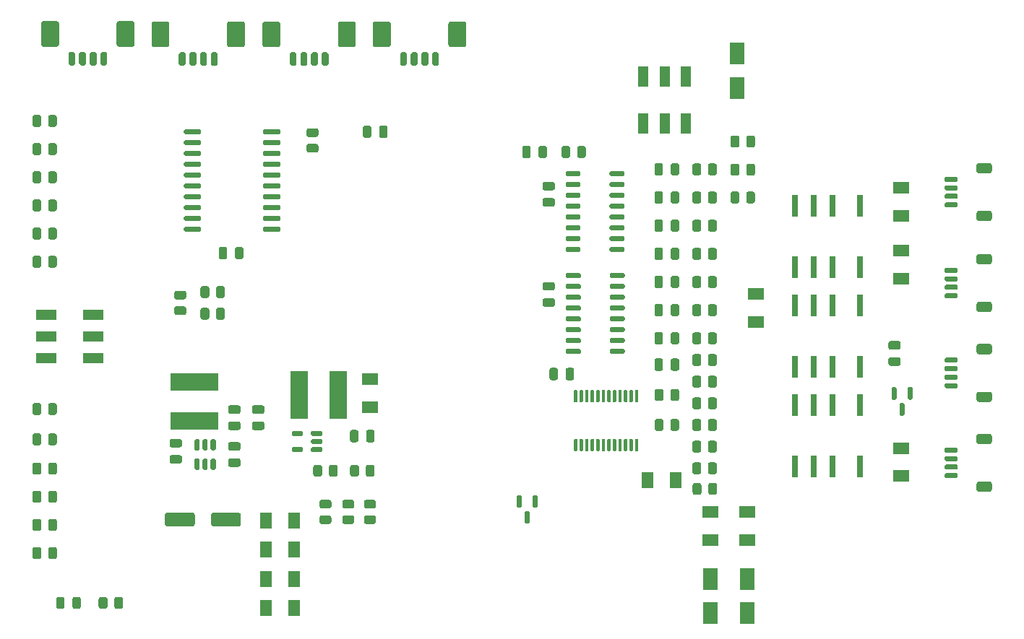
<source format=gtp>
G04 #@! TF.GenerationSoftware,KiCad,Pcbnew,6.0.10-86aedd382b~118~ubuntu18.04.1*
G04 #@! TF.CreationDate,2024-12-06T10:44:55-07:00*
G04 #@! TF.ProjectId,mss-switch,6d73732d-7377-4697-9463-682e6b696361,rev?*
G04 #@! TF.SameCoordinates,Original*
G04 #@! TF.FileFunction,Paste,Top*
G04 #@! TF.FilePolarity,Positive*
%FSLAX46Y46*%
G04 Gerber Fmt 4.6, Leading zero omitted, Abs format (unit mm)*
G04 Created by KiCad (PCBNEW 6.0.10-86aedd382b~118~ubuntu18.04.1) date 2024-12-06 10:44:55*
%MOMM*%
%LPD*%
G01*
G04 APERTURE LIST*
%ADD10R,1.400000X1.900000*%
%ADD11R,5.562600X2.108200*%
%ADD12R,1.900000X1.400000*%
%ADD13R,1.193800X2.489200*%
%ADD14R,1.800000X2.500000*%
%ADD15R,0.800000X2.660000*%
%ADD16R,2.489200X1.193800*%
%ADD17R,2.108200X5.562600*%
G04 APERTURE END LIST*
G36*
G01*
X47216000Y-185362000D02*
X47216000Y-184462000D01*
G75*
G02*
X47466000Y-184212000I250000J0D01*
G01*
X47991000Y-184212000D01*
G75*
G02*
X48241000Y-184462000I0J-250000D01*
G01*
X48241000Y-185362000D01*
G75*
G02*
X47991000Y-185612000I-250000J0D01*
G01*
X47466000Y-185612000D01*
G75*
G02*
X47216000Y-185362000I0J250000D01*
G01*
G37*
G36*
G01*
X49041000Y-185362000D02*
X49041000Y-184462000D01*
G75*
G02*
X49291000Y-184212000I250000J0D01*
G01*
X49816000Y-184212000D01*
G75*
G02*
X50066000Y-184462000I0J-250000D01*
G01*
X50066000Y-185362000D01*
G75*
G02*
X49816000Y-185612000I-250000J0D01*
G01*
X49291000Y-185612000D01*
G75*
G02*
X49041000Y-185362000I0J250000D01*
G01*
G37*
D10*
X70103000Y-175260000D03*
X66803000Y-175260000D03*
G36*
G01*
X116788500Y-161954750D02*
X116788500Y-161054750D01*
G75*
G02*
X117038500Y-160804750I250000J0D01*
G01*
X117563500Y-160804750D01*
G75*
G02*
X117813500Y-161054750I0J-250000D01*
G01*
X117813500Y-161954750D01*
G75*
G02*
X117563500Y-162204750I-250000J0D01*
G01*
X117038500Y-162204750D01*
G75*
G02*
X116788500Y-161954750I0J250000D01*
G01*
G37*
G36*
G01*
X118613500Y-161954750D02*
X118613500Y-161054750D01*
G75*
G02*
X118863500Y-160804750I250000J0D01*
G01*
X119388500Y-160804750D01*
G75*
G02*
X119638500Y-161054750I0J-250000D01*
G01*
X119638500Y-161954750D01*
G75*
G02*
X119388500Y-162204750I-250000J0D01*
G01*
X118863500Y-162204750D01*
G75*
G02*
X118613500Y-161954750I0J250000D01*
G01*
G37*
G36*
G01*
X42319000Y-168714000D02*
X42319000Y-169614000D01*
G75*
G02*
X42069000Y-169864000I-250000J0D01*
G01*
X41544000Y-169864000D01*
G75*
G02*
X41294000Y-169614000I0J250000D01*
G01*
X41294000Y-168714000D01*
G75*
G02*
X41544000Y-168464000I250000J0D01*
G01*
X42069000Y-168464000D01*
G75*
G02*
X42319000Y-168714000I0J-250000D01*
G01*
G37*
G36*
G01*
X40494000Y-168714000D02*
X40494000Y-169614000D01*
G75*
G02*
X40244000Y-169864000I-250000J0D01*
G01*
X39719000Y-169864000D01*
G75*
G02*
X39469000Y-169614000I0J250000D01*
G01*
X39469000Y-168714000D01*
G75*
G02*
X39719000Y-168464000I250000J0D01*
G01*
X40244000Y-168464000D01*
G75*
G02*
X40494000Y-168714000I0J-250000D01*
G01*
G37*
G36*
G01*
X42319000Y-144457000D02*
X42319000Y-145357000D01*
G75*
G02*
X42069000Y-145607000I-250000J0D01*
G01*
X41544000Y-145607000D01*
G75*
G02*
X41294000Y-145357000I0J250000D01*
G01*
X41294000Y-144457000D01*
G75*
G02*
X41544000Y-144207000I250000J0D01*
G01*
X42069000Y-144207000D01*
G75*
G02*
X42319000Y-144457000I0J-250000D01*
G01*
G37*
G36*
G01*
X40494000Y-144457000D02*
X40494000Y-145357000D01*
G75*
G02*
X40244000Y-145607000I-250000J0D01*
G01*
X39719000Y-145607000D01*
G75*
G02*
X39469000Y-145357000I0J250000D01*
G01*
X39469000Y-144457000D01*
G75*
G02*
X39719000Y-144207000I250000J0D01*
G01*
X40244000Y-144207000D01*
G75*
G02*
X40494000Y-144457000I0J-250000D01*
G01*
G37*
G36*
G01*
X147723000Y-159748750D02*
X146473000Y-159748750D01*
G75*
G02*
X146323000Y-159598750I0J150000D01*
G01*
X146323000Y-159298750D01*
G75*
G02*
X146473000Y-159148750I150000J0D01*
G01*
X147723000Y-159148750D01*
G75*
G02*
X147873000Y-159298750I0J-150000D01*
G01*
X147873000Y-159598750D01*
G75*
G02*
X147723000Y-159748750I-150000J0D01*
G01*
G37*
G36*
G01*
X147723000Y-158748750D02*
X146473000Y-158748750D01*
G75*
G02*
X146323000Y-158598750I0J150000D01*
G01*
X146323000Y-158298750D01*
G75*
G02*
X146473000Y-158148750I150000J0D01*
G01*
X147723000Y-158148750D01*
G75*
G02*
X147873000Y-158298750I0J-150000D01*
G01*
X147873000Y-158598750D01*
G75*
G02*
X147723000Y-158748750I-150000J0D01*
G01*
G37*
G36*
G01*
X147723000Y-157748750D02*
X146473000Y-157748750D01*
G75*
G02*
X146323000Y-157598750I0J150000D01*
G01*
X146323000Y-157298750D01*
G75*
G02*
X146473000Y-157148750I150000J0D01*
G01*
X147723000Y-157148750D01*
G75*
G02*
X147873000Y-157298750I0J-150000D01*
G01*
X147873000Y-157598750D01*
G75*
G02*
X147723000Y-157748750I-150000J0D01*
G01*
G37*
G36*
G01*
X147723000Y-156748750D02*
X146473000Y-156748750D01*
G75*
G02*
X146323000Y-156598750I0J150000D01*
G01*
X146323000Y-156298750D01*
G75*
G02*
X146473000Y-156148750I150000J0D01*
G01*
X147723000Y-156148750D01*
G75*
G02*
X147873000Y-156298750I0J-150000D01*
G01*
X147873000Y-156598750D01*
G75*
G02*
X147723000Y-156748750I-150000J0D01*
G01*
G37*
G36*
G01*
X151623000Y-155748750D02*
X150323000Y-155748750D01*
G75*
G02*
X150073000Y-155498750I0J250000D01*
G01*
X150073000Y-154798750D01*
G75*
G02*
X150323000Y-154548750I250000J0D01*
G01*
X151623000Y-154548750D01*
G75*
G02*
X151873000Y-154798750I0J-250000D01*
G01*
X151873000Y-155498750D01*
G75*
G02*
X151623000Y-155748750I-250000J0D01*
G01*
G37*
G36*
G01*
X151623000Y-161348750D02*
X150323000Y-161348750D01*
G75*
G02*
X150073000Y-161098750I0J250000D01*
G01*
X150073000Y-160398750D01*
G75*
G02*
X150323000Y-160148750I250000J0D01*
G01*
X151623000Y-160148750D01*
G75*
G02*
X151873000Y-160398750I0J-250000D01*
G01*
X151873000Y-161098750D01*
G75*
G02*
X151623000Y-161348750I-250000J0D01*
G01*
G37*
D11*
X58420000Y-158978600D03*
X58420000Y-163576000D03*
G36*
G01*
X101960000Y-146668750D02*
X101960000Y-146368750D01*
G75*
G02*
X102110000Y-146218750I150000J0D01*
G01*
X103560000Y-146218750D01*
G75*
G02*
X103710000Y-146368750I0J-150000D01*
G01*
X103710000Y-146668750D01*
G75*
G02*
X103560000Y-146818750I-150000J0D01*
G01*
X102110000Y-146818750D01*
G75*
G02*
X101960000Y-146668750I0J150000D01*
G01*
G37*
G36*
G01*
X101960000Y-147938750D02*
X101960000Y-147638750D01*
G75*
G02*
X102110000Y-147488750I150000J0D01*
G01*
X103560000Y-147488750D01*
G75*
G02*
X103710000Y-147638750I0J-150000D01*
G01*
X103710000Y-147938750D01*
G75*
G02*
X103560000Y-148088750I-150000J0D01*
G01*
X102110000Y-148088750D01*
G75*
G02*
X101960000Y-147938750I0J150000D01*
G01*
G37*
G36*
G01*
X101960000Y-149208750D02*
X101960000Y-148908750D01*
G75*
G02*
X102110000Y-148758750I150000J0D01*
G01*
X103560000Y-148758750D01*
G75*
G02*
X103710000Y-148908750I0J-150000D01*
G01*
X103710000Y-149208750D01*
G75*
G02*
X103560000Y-149358750I-150000J0D01*
G01*
X102110000Y-149358750D01*
G75*
G02*
X101960000Y-149208750I0J150000D01*
G01*
G37*
G36*
G01*
X101960000Y-150478750D02*
X101960000Y-150178750D01*
G75*
G02*
X102110000Y-150028750I150000J0D01*
G01*
X103560000Y-150028750D01*
G75*
G02*
X103710000Y-150178750I0J-150000D01*
G01*
X103710000Y-150478750D01*
G75*
G02*
X103560000Y-150628750I-150000J0D01*
G01*
X102110000Y-150628750D01*
G75*
G02*
X101960000Y-150478750I0J150000D01*
G01*
G37*
G36*
G01*
X101960000Y-151748750D02*
X101960000Y-151448750D01*
G75*
G02*
X102110000Y-151298750I150000J0D01*
G01*
X103560000Y-151298750D01*
G75*
G02*
X103710000Y-151448750I0J-150000D01*
G01*
X103710000Y-151748750D01*
G75*
G02*
X103560000Y-151898750I-150000J0D01*
G01*
X102110000Y-151898750D01*
G75*
G02*
X101960000Y-151748750I0J150000D01*
G01*
G37*
G36*
G01*
X101960000Y-153018750D02*
X101960000Y-152718750D01*
G75*
G02*
X102110000Y-152568750I150000J0D01*
G01*
X103560000Y-152568750D01*
G75*
G02*
X103710000Y-152718750I0J-150000D01*
G01*
X103710000Y-153018750D01*
G75*
G02*
X103560000Y-153168750I-150000J0D01*
G01*
X102110000Y-153168750D01*
G75*
G02*
X101960000Y-153018750I0J150000D01*
G01*
G37*
G36*
G01*
X101960000Y-154288750D02*
X101960000Y-153988750D01*
G75*
G02*
X102110000Y-153838750I150000J0D01*
G01*
X103560000Y-153838750D01*
G75*
G02*
X103710000Y-153988750I0J-150000D01*
G01*
X103710000Y-154288750D01*
G75*
G02*
X103560000Y-154438750I-150000J0D01*
G01*
X102110000Y-154438750D01*
G75*
G02*
X101960000Y-154288750I0J150000D01*
G01*
G37*
G36*
G01*
X101960000Y-155558750D02*
X101960000Y-155258750D01*
G75*
G02*
X102110000Y-155108750I150000J0D01*
G01*
X103560000Y-155108750D01*
G75*
G02*
X103710000Y-155258750I0J-150000D01*
G01*
X103710000Y-155558750D01*
G75*
G02*
X103560000Y-155708750I-150000J0D01*
G01*
X102110000Y-155708750D01*
G75*
G02*
X101960000Y-155558750I0J150000D01*
G01*
G37*
G36*
G01*
X107110000Y-155558750D02*
X107110000Y-155258750D01*
G75*
G02*
X107260000Y-155108750I150000J0D01*
G01*
X108710000Y-155108750D01*
G75*
G02*
X108860000Y-155258750I0J-150000D01*
G01*
X108860000Y-155558750D01*
G75*
G02*
X108710000Y-155708750I-150000J0D01*
G01*
X107260000Y-155708750D01*
G75*
G02*
X107110000Y-155558750I0J150000D01*
G01*
G37*
G36*
G01*
X107110000Y-154288750D02*
X107110000Y-153988750D01*
G75*
G02*
X107260000Y-153838750I150000J0D01*
G01*
X108710000Y-153838750D01*
G75*
G02*
X108860000Y-153988750I0J-150000D01*
G01*
X108860000Y-154288750D01*
G75*
G02*
X108710000Y-154438750I-150000J0D01*
G01*
X107260000Y-154438750D01*
G75*
G02*
X107110000Y-154288750I0J150000D01*
G01*
G37*
G36*
G01*
X107110000Y-153018750D02*
X107110000Y-152718750D01*
G75*
G02*
X107260000Y-152568750I150000J0D01*
G01*
X108710000Y-152568750D01*
G75*
G02*
X108860000Y-152718750I0J-150000D01*
G01*
X108860000Y-153018750D01*
G75*
G02*
X108710000Y-153168750I-150000J0D01*
G01*
X107260000Y-153168750D01*
G75*
G02*
X107110000Y-153018750I0J150000D01*
G01*
G37*
G36*
G01*
X107110000Y-151748750D02*
X107110000Y-151448750D01*
G75*
G02*
X107260000Y-151298750I150000J0D01*
G01*
X108710000Y-151298750D01*
G75*
G02*
X108860000Y-151448750I0J-150000D01*
G01*
X108860000Y-151748750D01*
G75*
G02*
X108710000Y-151898750I-150000J0D01*
G01*
X107260000Y-151898750D01*
G75*
G02*
X107110000Y-151748750I0J150000D01*
G01*
G37*
G36*
G01*
X107110000Y-150478750D02*
X107110000Y-150178750D01*
G75*
G02*
X107260000Y-150028750I150000J0D01*
G01*
X108710000Y-150028750D01*
G75*
G02*
X108860000Y-150178750I0J-150000D01*
G01*
X108860000Y-150478750D01*
G75*
G02*
X108710000Y-150628750I-150000J0D01*
G01*
X107260000Y-150628750D01*
G75*
G02*
X107110000Y-150478750I0J150000D01*
G01*
G37*
G36*
G01*
X107110000Y-149208750D02*
X107110000Y-148908750D01*
G75*
G02*
X107260000Y-148758750I150000J0D01*
G01*
X108710000Y-148758750D01*
G75*
G02*
X108860000Y-148908750I0J-150000D01*
G01*
X108860000Y-149208750D01*
G75*
G02*
X108710000Y-149358750I-150000J0D01*
G01*
X107260000Y-149358750D01*
G75*
G02*
X107110000Y-149208750I0J150000D01*
G01*
G37*
G36*
G01*
X107110000Y-147938750D02*
X107110000Y-147638750D01*
G75*
G02*
X107260000Y-147488750I150000J0D01*
G01*
X108710000Y-147488750D01*
G75*
G02*
X108860000Y-147638750I0J-150000D01*
G01*
X108860000Y-147938750D01*
G75*
G02*
X108710000Y-148088750I-150000J0D01*
G01*
X107260000Y-148088750D01*
G75*
G02*
X107110000Y-147938750I0J150000D01*
G01*
G37*
G36*
G01*
X107110000Y-146668750D02*
X107110000Y-146368750D01*
G75*
G02*
X107260000Y-146218750I150000J0D01*
G01*
X108710000Y-146218750D01*
G75*
G02*
X108860000Y-146368750I0J-150000D01*
G01*
X108860000Y-146668750D01*
G75*
G02*
X108710000Y-146818750I-150000J0D01*
G01*
X107260000Y-146818750D01*
G75*
G02*
X107110000Y-146668750I0J150000D01*
G01*
G37*
G36*
G01*
X119638500Y-136924750D02*
X119638500Y-137824750D01*
G75*
G02*
X119388500Y-138074750I-250000J0D01*
G01*
X118863500Y-138074750D01*
G75*
G02*
X118613500Y-137824750I0J250000D01*
G01*
X118613500Y-136924750D01*
G75*
G02*
X118863500Y-136674750I250000J0D01*
G01*
X119388500Y-136674750D01*
G75*
G02*
X119638500Y-136924750I0J-250000D01*
G01*
G37*
G36*
G01*
X117813500Y-136924750D02*
X117813500Y-137824750D01*
G75*
G02*
X117563500Y-138074750I-250000J0D01*
G01*
X117038500Y-138074750D01*
G75*
G02*
X116788500Y-137824750I0J250000D01*
G01*
X116788500Y-136924750D01*
G75*
G02*
X117038500Y-136674750I250000J0D01*
G01*
X117563500Y-136674750D01*
G75*
G02*
X117813500Y-136924750I0J-250000D01*
G01*
G37*
G36*
G01*
X73428000Y-166789000D02*
X73428000Y-167089000D01*
G75*
G02*
X73278000Y-167239000I-150000J0D01*
G01*
X72253000Y-167239000D01*
G75*
G02*
X72103000Y-167089000I0J150000D01*
G01*
X72103000Y-166789000D01*
G75*
G02*
X72253000Y-166639000I150000J0D01*
G01*
X73278000Y-166639000D01*
G75*
G02*
X73428000Y-166789000I0J-150000D01*
G01*
G37*
G36*
G01*
X73428000Y-165839000D02*
X73428000Y-166139000D01*
G75*
G02*
X73278000Y-166289000I-150000J0D01*
G01*
X72253000Y-166289000D01*
G75*
G02*
X72103000Y-166139000I0J150000D01*
G01*
X72103000Y-165839000D01*
G75*
G02*
X72253000Y-165689000I150000J0D01*
G01*
X73278000Y-165689000D01*
G75*
G02*
X73428000Y-165839000I0J-150000D01*
G01*
G37*
G36*
G01*
X73428000Y-164889000D02*
X73428000Y-165189000D01*
G75*
G02*
X73278000Y-165339000I-150000J0D01*
G01*
X72253000Y-165339000D01*
G75*
G02*
X72103000Y-165189000I0J150000D01*
G01*
X72103000Y-164889000D01*
G75*
G02*
X72253000Y-164739000I150000J0D01*
G01*
X73278000Y-164739000D01*
G75*
G02*
X73428000Y-164889000I0J-150000D01*
G01*
G37*
G36*
G01*
X71153000Y-164889000D02*
X71153000Y-165189000D01*
G75*
G02*
X71003000Y-165339000I-150000J0D01*
G01*
X69978000Y-165339000D01*
G75*
G02*
X69828000Y-165189000I0J150000D01*
G01*
X69828000Y-164889000D01*
G75*
G02*
X69978000Y-164739000I150000J0D01*
G01*
X71003000Y-164739000D01*
G75*
G02*
X71153000Y-164889000I0J-150000D01*
G01*
G37*
G36*
G01*
X71153000Y-166789000D02*
X71153000Y-167089000D01*
G75*
G02*
X71003000Y-167239000I-150000J0D01*
G01*
X69978000Y-167239000D01*
G75*
G02*
X69828000Y-167089000I0J150000D01*
G01*
X69828000Y-166789000D01*
G75*
G02*
X69978000Y-166639000I150000J0D01*
G01*
X71003000Y-166639000D01*
G75*
G02*
X71153000Y-166789000I0J-150000D01*
G01*
G37*
D12*
X124206000Y-151978750D03*
X124206000Y-148678750D03*
G36*
G01*
X124107000Y-133662000D02*
X124107000Y-134562000D01*
G75*
G02*
X123857000Y-134812000I-250000J0D01*
G01*
X123332000Y-134812000D01*
G75*
G02*
X123082000Y-134562000I0J250000D01*
G01*
X123082000Y-133662000D01*
G75*
G02*
X123332000Y-133412000I250000J0D01*
G01*
X123857000Y-133412000D01*
G75*
G02*
X124107000Y-133662000I0J-250000D01*
G01*
G37*
G36*
G01*
X122282000Y-133662000D02*
X122282000Y-134562000D01*
G75*
G02*
X122032000Y-134812000I-250000J0D01*
G01*
X121507000Y-134812000D01*
G75*
G02*
X121257000Y-134562000I0J250000D01*
G01*
X121257000Y-133662000D01*
G75*
G02*
X121507000Y-133412000I250000J0D01*
G01*
X122032000Y-133412000D01*
G75*
G02*
X122282000Y-133662000I0J-250000D01*
G01*
G37*
G36*
G01*
X115242000Y-150107750D02*
X115242000Y-151057750D01*
G75*
G02*
X114992000Y-151307750I-250000J0D01*
G01*
X114492000Y-151307750D01*
G75*
G02*
X114242000Y-151057750I0J250000D01*
G01*
X114242000Y-150107750D01*
G75*
G02*
X114492000Y-149857750I250000J0D01*
G01*
X114992000Y-149857750D01*
G75*
G02*
X115242000Y-150107750I0J-250000D01*
G01*
G37*
G36*
G01*
X113342000Y-150107750D02*
X113342000Y-151057750D01*
G75*
G02*
X113092000Y-151307750I-250000J0D01*
G01*
X112592000Y-151307750D01*
G75*
G02*
X112342000Y-151057750I0J250000D01*
G01*
X112342000Y-150107750D01*
G75*
G02*
X112592000Y-149857750I250000J0D01*
G01*
X113092000Y-149857750D01*
G75*
G02*
X113342000Y-150107750I0J-250000D01*
G01*
G37*
G36*
G01*
X61163000Y-120537000D02*
X61163000Y-121737000D01*
G75*
G02*
X60963000Y-121937000I-200000J0D01*
G01*
X60563000Y-121937000D01*
G75*
G02*
X60363000Y-121737000I0J200000D01*
G01*
X60363000Y-120537000D01*
G75*
G02*
X60563000Y-120337000I200000J0D01*
G01*
X60963000Y-120337000D01*
G75*
G02*
X61163000Y-120537000I0J-200000D01*
G01*
G37*
G36*
G01*
X59913000Y-120537000D02*
X59913000Y-121737000D01*
G75*
G02*
X59713000Y-121937000I-200000J0D01*
G01*
X59313000Y-121937000D01*
G75*
G02*
X59113000Y-121737000I0J200000D01*
G01*
X59113000Y-120537000D01*
G75*
G02*
X59313000Y-120337000I200000J0D01*
G01*
X59713000Y-120337000D01*
G75*
G02*
X59913000Y-120537000I0J-200000D01*
G01*
G37*
G36*
G01*
X58663000Y-120537000D02*
X58663000Y-121737000D01*
G75*
G02*
X58463000Y-121937000I-200000J0D01*
G01*
X58063000Y-121937000D01*
G75*
G02*
X57863000Y-121737000I0J200000D01*
G01*
X57863000Y-120537000D01*
G75*
G02*
X58063000Y-120337000I200000J0D01*
G01*
X58463000Y-120337000D01*
G75*
G02*
X58663000Y-120537000I0J-200000D01*
G01*
G37*
G36*
G01*
X57413000Y-120537000D02*
X57413000Y-121737000D01*
G75*
G02*
X57213000Y-121937000I-200000J0D01*
G01*
X56813000Y-121937000D01*
G75*
G02*
X56613000Y-121737000I0J200000D01*
G01*
X56613000Y-120537000D01*
G75*
G02*
X56813000Y-120337000I200000J0D01*
G01*
X57213000Y-120337000D01*
G75*
G02*
X57413000Y-120537000I0J-200000D01*
G01*
G37*
G36*
G01*
X55513000Y-116987001D02*
X55513000Y-119486999D01*
G75*
G02*
X55262999Y-119737000I-250001J0D01*
G01*
X53663001Y-119737000D01*
G75*
G02*
X53413000Y-119486999I0J250001D01*
G01*
X53413000Y-116987001D01*
G75*
G02*
X53663001Y-116737000I250001J0D01*
G01*
X55262999Y-116737000D01*
G75*
G02*
X55513000Y-116987001I0J-250001D01*
G01*
G37*
G36*
G01*
X64363000Y-116987001D02*
X64363000Y-119486999D01*
G75*
G02*
X64112999Y-119737000I-250001J0D01*
G01*
X62513001Y-119737000D01*
G75*
G02*
X62263000Y-119486999I0J250001D01*
G01*
X62263000Y-116987001D01*
G75*
G02*
X62513001Y-116737000I250001J0D01*
G01*
X64112999Y-116737000D01*
G75*
G02*
X64363000Y-116987001I0J-250001D01*
G01*
G37*
G36*
G01*
X116788500Y-156874750D02*
X116788500Y-155974750D01*
G75*
G02*
X117038500Y-155724750I250000J0D01*
G01*
X117563500Y-155724750D01*
G75*
G02*
X117813500Y-155974750I0J-250000D01*
G01*
X117813500Y-156874750D01*
G75*
G02*
X117563500Y-157124750I-250000J0D01*
G01*
X117038500Y-157124750D01*
G75*
G02*
X116788500Y-156874750I0J250000D01*
G01*
G37*
G36*
G01*
X118613500Y-156874750D02*
X118613500Y-155974750D01*
G75*
G02*
X118863500Y-155724750I250000J0D01*
G01*
X119388500Y-155724750D01*
G75*
G02*
X119638500Y-155974750I0J-250000D01*
G01*
X119638500Y-156874750D01*
G75*
G02*
X119388500Y-157124750I-250000J0D01*
G01*
X118863500Y-157124750D01*
G75*
G02*
X118613500Y-156874750I0J250000D01*
G01*
G37*
G36*
G01*
X115242000Y-133597750D02*
X115242000Y-134547750D01*
G75*
G02*
X114992000Y-134797750I-250000J0D01*
G01*
X114492000Y-134797750D01*
G75*
G02*
X114242000Y-134547750I0J250000D01*
G01*
X114242000Y-133597750D01*
G75*
G02*
X114492000Y-133347750I250000J0D01*
G01*
X114992000Y-133347750D01*
G75*
G02*
X115242000Y-133597750I0J-250000D01*
G01*
G37*
G36*
G01*
X113342000Y-133597750D02*
X113342000Y-134547750D01*
G75*
G02*
X113092000Y-134797750I-250000J0D01*
G01*
X112592000Y-134797750D01*
G75*
G02*
X112342000Y-134547750I0J250000D01*
G01*
X112342000Y-133597750D01*
G75*
G02*
X112592000Y-133347750I250000J0D01*
G01*
X113092000Y-133347750D01*
G75*
G02*
X113342000Y-133597750I0J-250000D01*
G01*
G37*
G36*
G01*
X139987000Y-154212750D02*
X140937000Y-154212750D01*
G75*
G02*
X141187000Y-154462750I0J-250000D01*
G01*
X141187000Y-154962750D01*
G75*
G02*
X140937000Y-155212750I-250000J0D01*
G01*
X139987000Y-155212750D01*
G75*
G02*
X139737000Y-154962750I0J250000D01*
G01*
X139737000Y-154462750D01*
G75*
G02*
X139987000Y-154212750I250000J0D01*
G01*
G37*
G36*
G01*
X139987000Y-156112750D02*
X140937000Y-156112750D01*
G75*
G02*
X141187000Y-156362750I0J-250000D01*
G01*
X141187000Y-156862750D01*
G75*
G02*
X140937000Y-157112750I-250000J0D01*
G01*
X139987000Y-157112750D01*
G75*
G02*
X139737000Y-156862750I0J250000D01*
G01*
X139737000Y-156362750D01*
G75*
G02*
X139987000Y-156112750I250000J0D01*
G01*
G37*
G36*
G01*
X42263000Y-185368250D02*
X42263000Y-184455750D01*
G75*
G02*
X42506750Y-184212000I243750J0D01*
G01*
X42994250Y-184212000D01*
G75*
G02*
X43238000Y-184455750I0J-243750D01*
G01*
X43238000Y-185368250D01*
G75*
G02*
X42994250Y-185612000I-243750J0D01*
G01*
X42506750Y-185612000D01*
G75*
G02*
X42263000Y-185368250I0J243750D01*
G01*
G37*
G36*
G01*
X44138000Y-185368250D02*
X44138000Y-184455750D01*
G75*
G02*
X44381750Y-184212000I243750J0D01*
G01*
X44869250Y-184212000D01*
G75*
G02*
X45113000Y-184455750I0J-243750D01*
G01*
X45113000Y-185368250D01*
G75*
G02*
X44869250Y-185612000I-243750J0D01*
G01*
X44381750Y-185612000D01*
G75*
G02*
X44138000Y-185368250I0J243750D01*
G01*
G37*
D13*
X116038000Y-123188850D03*
X113538000Y-123188850D03*
X111038000Y-123188850D03*
X116038000Y-128700650D03*
X113538000Y-128700650D03*
X111038000Y-128700650D03*
D14*
X118872000Y-186110750D03*
X118872000Y-182110750D03*
G36*
G01*
X119638500Y-133622750D02*
X119638500Y-134522750D01*
G75*
G02*
X119388500Y-134772750I-250000J0D01*
G01*
X118863500Y-134772750D01*
G75*
G02*
X118613500Y-134522750I0J250000D01*
G01*
X118613500Y-133622750D01*
G75*
G02*
X118863500Y-133372750I250000J0D01*
G01*
X119388500Y-133372750D01*
G75*
G02*
X119638500Y-133622750I0J-250000D01*
G01*
G37*
G36*
G01*
X117813500Y-133622750D02*
X117813500Y-134522750D01*
G75*
G02*
X117563500Y-134772750I-250000J0D01*
G01*
X117038500Y-134772750D01*
G75*
G02*
X116788500Y-134522750I0J250000D01*
G01*
X116788500Y-133622750D01*
G75*
G02*
X117038500Y-133372750I250000J0D01*
G01*
X117563500Y-133372750D01*
G75*
G02*
X117813500Y-133622750I0J-250000D01*
G01*
G37*
G36*
G01*
X55786000Y-165682000D02*
X56736000Y-165682000D01*
G75*
G02*
X56986000Y-165932000I0J-250000D01*
G01*
X56986000Y-166432000D01*
G75*
G02*
X56736000Y-166682000I-250000J0D01*
G01*
X55786000Y-166682000D01*
G75*
G02*
X55536000Y-166432000I0J250000D01*
G01*
X55536000Y-165932000D01*
G75*
G02*
X55786000Y-165682000I250000J0D01*
G01*
G37*
G36*
G01*
X55786000Y-167582000D02*
X56736000Y-167582000D01*
G75*
G02*
X56986000Y-167832000I0J-250000D01*
G01*
X56986000Y-168332000D01*
G75*
G02*
X56736000Y-168582000I-250000J0D01*
G01*
X55786000Y-168582000D01*
G75*
G02*
X55536000Y-168332000I0J250000D01*
G01*
X55536000Y-167832000D01*
G75*
G02*
X55786000Y-167582000I250000J0D01*
G01*
G37*
G36*
G01*
X42319000Y-137853000D02*
X42319000Y-138753000D01*
G75*
G02*
X42069000Y-139003000I-250000J0D01*
G01*
X41544000Y-139003000D01*
G75*
G02*
X41294000Y-138753000I0J250000D01*
G01*
X41294000Y-137853000D01*
G75*
G02*
X41544000Y-137603000I250000J0D01*
G01*
X42069000Y-137603000D01*
G75*
G02*
X42319000Y-137853000I0J-250000D01*
G01*
G37*
G36*
G01*
X40494000Y-137853000D02*
X40494000Y-138753000D01*
G75*
G02*
X40244000Y-139003000I-250000J0D01*
G01*
X39719000Y-139003000D01*
G75*
G02*
X39469000Y-138753000I0J250000D01*
G01*
X39469000Y-137853000D01*
G75*
G02*
X39719000Y-137603000I250000J0D01*
G01*
X40244000Y-137603000D01*
G75*
G02*
X40494000Y-137853000I0J-250000D01*
G01*
G37*
D10*
X111507000Y-170561000D03*
X114807000Y-170561000D03*
G36*
G01*
X119638500Y-146830750D02*
X119638500Y-147730750D01*
G75*
G02*
X119388500Y-147980750I-250000J0D01*
G01*
X118863500Y-147980750D01*
G75*
G02*
X118613500Y-147730750I0J250000D01*
G01*
X118613500Y-146830750D01*
G75*
G02*
X118863500Y-146580750I250000J0D01*
G01*
X119388500Y-146580750D01*
G75*
G02*
X119638500Y-146830750I0J-250000D01*
G01*
G37*
G36*
G01*
X117813500Y-146830750D02*
X117813500Y-147730750D01*
G75*
G02*
X117563500Y-147980750I-250000J0D01*
G01*
X117038500Y-147980750D01*
G75*
G02*
X116788500Y-147730750I0J250000D01*
G01*
X116788500Y-146830750D01*
G75*
G02*
X117038500Y-146580750I250000J0D01*
G01*
X117563500Y-146580750D01*
G75*
G02*
X117813500Y-146830750I0J-250000D01*
G01*
G37*
D15*
X136410700Y-150036650D03*
X133210300Y-150036650D03*
X131000500Y-150036650D03*
X128790700Y-150036650D03*
X128790700Y-157224850D03*
X131000500Y-157224850D03*
X133210300Y-157224850D03*
X136410700Y-157224850D03*
X136410700Y-161720650D03*
X133210300Y-161720650D03*
X131000500Y-161720650D03*
X128790700Y-161720650D03*
X128790700Y-168908850D03*
X131000500Y-168908850D03*
X133210300Y-168908850D03*
X136410700Y-168908850D03*
X136410700Y-138352650D03*
X133210300Y-138352650D03*
X131000500Y-138352650D03*
X128790700Y-138352650D03*
X128790700Y-145540850D03*
X131000500Y-145540850D03*
X133210300Y-145540850D03*
X136410700Y-145540850D03*
G36*
G01*
X42319000Y-141155000D02*
X42319000Y-142055000D01*
G75*
G02*
X42069000Y-142305000I-250000J0D01*
G01*
X41544000Y-142305000D01*
G75*
G02*
X41294000Y-142055000I0J250000D01*
G01*
X41294000Y-141155000D01*
G75*
G02*
X41544000Y-140905000I250000J0D01*
G01*
X42069000Y-140905000D01*
G75*
G02*
X42319000Y-141155000I0J-250000D01*
G01*
G37*
G36*
G01*
X40494000Y-141155000D02*
X40494000Y-142055000D01*
G75*
G02*
X40244000Y-142305000I-250000J0D01*
G01*
X39719000Y-142305000D01*
G75*
G02*
X39469000Y-142055000I0J250000D01*
G01*
X39469000Y-141155000D01*
G75*
G02*
X39719000Y-140905000I250000J0D01*
G01*
X40244000Y-140905000D01*
G75*
G02*
X40494000Y-141155000I0J-250000D01*
G01*
G37*
G36*
G01*
X119638500Y-158514750D02*
X119638500Y-159414750D01*
G75*
G02*
X119388500Y-159664750I-250000J0D01*
G01*
X118863500Y-159664750D01*
G75*
G02*
X118613500Y-159414750I0J250000D01*
G01*
X118613500Y-158514750D01*
G75*
G02*
X118863500Y-158264750I250000J0D01*
G01*
X119388500Y-158264750D01*
G75*
G02*
X119638500Y-158514750I0J-250000D01*
G01*
G37*
G36*
G01*
X117813500Y-158514750D02*
X117813500Y-159414750D01*
G75*
G02*
X117563500Y-159664750I-250000J0D01*
G01*
X117038500Y-159664750D01*
G75*
G02*
X116788500Y-159414750I0J250000D01*
G01*
X116788500Y-158514750D01*
G75*
G02*
X117038500Y-158264750I250000J0D01*
G01*
X117563500Y-158264750D01*
G75*
G02*
X117813500Y-158514750I0J-250000D01*
G01*
G37*
G36*
G01*
X42319000Y-172016000D02*
X42319000Y-172916000D01*
G75*
G02*
X42069000Y-173166000I-250000J0D01*
G01*
X41544000Y-173166000D01*
G75*
G02*
X41294000Y-172916000I0J250000D01*
G01*
X41294000Y-172016000D01*
G75*
G02*
X41544000Y-171766000I250000J0D01*
G01*
X42069000Y-171766000D01*
G75*
G02*
X42319000Y-172016000I0J-250000D01*
G01*
G37*
G36*
G01*
X40494000Y-172016000D02*
X40494000Y-172916000D01*
G75*
G02*
X40244000Y-173166000I-250000J0D01*
G01*
X39719000Y-173166000D01*
G75*
G02*
X39469000Y-172916000I0J250000D01*
G01*
X39469000Y-172016000D01*
G75*
G02*
X39719000Y-171766000I250000J0D01*
G01*
X40244000Y-171766000D01*
G75*
G02*
X40494000Y-172016000I0J-250000D01*
G01*
G37*
G36*
G01*
X59154000Y-148913000D02*
X59154000Y-148013000D01*
G75*
G02*
X59404000Y-147763000I250000J0D01*
G01*
X59929000Y-147763000D01*
G75*
G02*
X60179000Y-148013000I0J-250000D01*
G01*
X60179000Y-148913000D01*
G75*
G02*
X59929000Y-149163000I-250000J0D01*
G01*
X59404000Y-149163000D01*
G75*
G02*
X59154000Y-148913000I0J250000D01*
G01*
G37*
G36*
G01*
X60979000Y-148913000D02*
X60979000Y-148013000D01*
G75*
G02*
X61229000Y-147763000I250000J0D01*
G01*
X61754000Y-147763000D01*
G75*
G02*
X62004000Y-148013000I0J-250000D01*
G01*
X62004000Y-148913000D01*
G75*
G02*
X61754000Y-149163000I-250000J0D01*
G01*
X61229000Y-149163000D01*
G75*
G02*
X60979000Y-148913000I0J250000D01*
G01*
G37*
G36*
G01*
X42319000Y-134551000D02*
X42319000Y-135451000D01*
G75*
G02*
X42069000Y-135701000I-250000J0D01*
G01*
X41544000Y-135701000D01*
G75*
G02*
X41294000Y-135451000I0J250000D01*
G01*
X41294000Y-134551000D01*
G75*
G02*
X41544000Y-134301000I250000J0D01*
G01*
X42069000Y-134301000D01*
G75*
G02*
X42319000Y-134551000I0J-250000D01*
G01*
G37*
G36*
G01*
X40494000Y-134551000D02*
X40494000Y-135451000D01*
G75*
G02*
X40244000Y-135701000I-250000J0D01*
G01*
X39719000Y-135701000D01*
G75*
G02*
X39469000Y-135451000I0J250000D01*
G01*
X39469000Y-134551000D01*
G75*
G02*
X39719000Y-134301000I250000J0D01*
G01*
X40244000Y-134301000D01*
G75*
G02*
X40494000Y-134551000I0J-250000D01*
G01*
G37*
D12*
X118872000Y-177545000D03*
X118872000Y-174245000D03*
G36*
G01*
X101925000Y-134730750D02*
X101925000Y-134430750D01*
G75*
G02*
X102075000Y-134280750I150000J0D01*
G01*
X103525000Y-134280750D01*
G75*
G02*
X103675000Y-134430750I0J-150000D01*
G01*
X103675000Y-134730750D01*
G75*
G02*
X103525000Y-134880750I-150000J0D01*
G01*
X102075000Y-134880750D01*
G75*
G02*
X101925000Y-134730750I0J150000D01*
G01*
G37*
G36*
G01*
X101925000Y-136000750D02*
X101925000Y-135700750D01*
G75*
G02*
X102075000Y-135550750I150000J0D01*
G01*
X103525000Y-135550750D01*
G75*
G02*
X103675000Y-135700750I0J-150000D01*
G01*
X103675000Y-136000750D01*
G75*
G02*
X103525000Y-136150750I-150000J0D01*
G01*
X102075000Y-136150750D01*
G75*
G02*
X101925000Y-136000750I0J150000D01*
G01*
G37*
G36*
G01*
X101925000Y-137270750D02*
X101925000Y-136970750D01*
G75*
G02*
X102075000Y-136820750I150000J0D01*
G01*
X103525000Y-136820750D01*
G75*
G02*
X103675000Y-136970750I0J-150000D01*
G01*
X103675000Y-137270750D01*
G75*
G02*
X103525000Y-137420750I-150000J0D01*
G01*
X102075000Y-137420750D01*
G75*
G02*
X101925000Y-137270750I0J150000D01*
G01*
G37*
G36*
G01*
X101925000Y-138540750D02*
X101925000Y-138240750D01*
G75*
G02*
X102075000Y-138090750I150000J0D01*
G01*
X103525000Y-138090750D01*
G75*
G02*
X103675000Y-138240750I0J-150000D01*
G01*
X103675000Y-138540750D01*
G75*
G02*
X103525000Y-138690750I-150000J0D01*
G01*
X102075000Y-138690750D01*
G75*
G02*
X101925000Y-138540750I0J150000D01*
G01*
G37*
G36*
G01*
X101925000Y-139810750D02*
X101925000Y-139510750D01*
G75*
G02*
X102075000Y-139360750I150000J0D01*
G01*
X103525000Y-139360750D01*
G75*
G02*
X103675000Y-139510750I0J-150000D01*
G01*
X103675000Y-139810750D01*
G75*
G02*
X103525000Y-139960750I-150000J0D01*
G01*
X102075000Y-139960750D01*
G75*
G02*
X101925000Y-139810750I0J150000D01*
G01*
G37*
G36*
G01*
X101925000Y-141080750D02*
X101925000Y-140780750D01*
G75*
G02*
X102075000Y-140630750I150000J0D01*
G01*
X103525000Y-140630750D01*
G75*
G02*
X103675000Y-140780750I0J-150000D01*
G01*
X103675000Y-141080750D01*
G75*
G02*
X103525000Y-141230750I-150000J0D01*
G01*
X102075000Y-141230750D01*
G75*
G02*
X101925000Y-141080750I0J150000D01*
G01*
G37*
G36*
G01*
X101925000Y-142350750D02*
X101925000Y-142050750D01*
G75*
G02*
X102075000Y-141900750I150000J0D01*
G01*
X103525000Y-141900750D01*
G75*
G02*
X103675000Y-142050750I0J-150000D01*
G01*
X103675000Y-142350750D01*
G75*
G02*
X103525000Y-142500750I-150000J0D01*
G01*
X102075000Y-142500750D01*
G75*
G02*
X101925000Y-142350750I0J150000D01*
G01*
G37*
G36*
G01*
X101925000Y-143620750D02*
X101925000Y-143320750D01*
G75*
G02*
X102075000Y-143170750I150000J0D01*
G01*
X103525000Y-143170750D01*
G75*
G02*
X103675000Y-143320750I0J-150000D01*
G01*
X103675000Y-143620750D01*
G75*
G02*
X103525000Y-143770750I-150000J0D01*
G01*
X102075000Y-143770750D01*
G75*
G02*
X101925000Y-143620750I0J150000D01*
G01*
G37*
G36*
G01*
X107075000Y-143620750D02*
X107075000Y-143320750D01*
G75*
G02*
X107225000Y-143170750I150000J0D01*
G01*
X108675000Y-143170750D01*
G75*
G02*
X108825000Y-143320750I0J-150000D01*
G01*
X108825000Y-143620750D01*
G75*
G02*
X108675000Y-143770750I-150000J0D01*
G01*
X107225000Y-143770750D01*
G75*
G02*
X107075000Y-143620750I0J150000D01*
G01*
G37*
G36*
G01*
X107075000Y-142350750D02*
X107075000Y-142050750D01*
G75*
G02*
X107225000Y-141900750I150000J0D01*
G01*
X108675000Y-141900750D01*
G75*
G02*
X108825000Y-142050750I0J-150000D01*
G01*
X108825000Y-142350750D01*
G75*
G02*
X108675000Y-142500750I-150000J0D01*
G01*
X107225000Y-142500750D01*
G75*
G02*
X107075000Y-142350750I0J150000D01*
G01*
G37*
G36*
G01*
X107075000Y-141080750D02*
X107075000Y-140780750D01*
G75*
G02*
X107225000Y-140630750I150000J0D01*
G01*
X108675000Y-140630750D01*
G75*
G02*
X108825000Y-140780750I0J-150000D01*
G01*
X108825000Y-141080750D01*
G75*
G02*
X108675000Y-141230750I-150000J0D01*
G01*
X107225000Y-141230750D01*
G75*
G02*
X107075000Y-141080750I0J150000D01*
G01*
G37*
G36*
G01*
X107075000Y-139810750D02*
X107075000Y-139510750D01*
G75*
G02*
X107225000Y-139360750I150000J0D01*
G01*
X108675000Y-139360750D01*
G75*
G02*
X108825000Y-139510750I0J-150000D01*
G01*
X108825000Y-139810750D01*
G75*
G02*
X108675000Y-139960750I-150000J0D01*
G01*
X107225000Y-139960750D01*
G75*
G02*
X107075000Y-139810750I0J150000D01*
G01*
G37*
G36*
G01*
X107075000Y-138540750D02*
X107075000Y-138240750D01*
G75*
G02*
X107225000Y-138090750I150000J0D01*
G01*
X108675000Y-138090750D01*
G75*
G02*
X108825000Y-138240750I0J-150000D01*
G01*
X108825000Y-138540750D01*
G75*
G02*
X108675000Y-138690750I-150000J0D01*
G01*
X107225000Y-138690750D01*
G75*
G02*
X107075000Y-138540750I0J150000D01*
G01*
G37*
G36*
G01*
X107075000Y-137270750D02*
X107075000Y-136970750D01*
G75*
G02*
X107225000Y-136820750I150000J0D01*
G01*
X108675000Y-136820750D01*
G75*
G02*
X108825000Y-136970750I0J-150000D01*
G01*
X108825000Y-137270750D01*
G75*
G02*
X108675000Y-137420750I-150000J0D01*
G01*
X107225000Y-137420750D01*
G75*
G02*
X107075000Y-137270750I0J150000D01*
G01*
G37*
G36*
G01*
X107075000Y-136000750D02*
X107075000Y-135700750D01*
G75*
G02*
X107225000Y-135550750I150000J0D01*
G01*
X108675000Y-135550750D01*
G75*
G02*
X108825000Y-135700750I0J-150000D01*
G01*
X108825000Y-136000750D01*
G75*
G02*
X108675000Y-136150750I-150000J0D01*
G01*
X107225000Y-136150750D01*
G75*
G02*
X107075000Y-136000750I0J150000D01*
G01*
G37*
G36*
G01*
X107075000Y-134730750D02*
X107075000Y-134430750D01*
G75*
G02*
X107225000Y-134280750I150000J0D01*
G01*
X108675000Y-134280750D01*
G75*
G02*
X108825000Y-134430750I0J-150000D01*
G01*
X108825000Y-134730750D01*
G75*
G02*
X108675000Y-134880750I-150000J0D01*
G01*
X107225000Y-134880750D01*
G75*
G02*
X107075000Y-134730750I0J150000D01*
G01*
G37*
G36*
G01*
X99474000Y-135543750D02*
X100424000Y-135543750D01*
G75*
G02*
X100674000Y-135793750I0J-250000D01*
G01*
X100674000Y-136293750D01*
G75*
G02*
X100424000Y-136543750I-250000J0D01*
G01*
X99474000Y-136543750D01*
G75*
G02*
X99224000Y-136293750I0J250000D01*
G01*
X99224000Y-135793750D01*
G75*
G02*
X99474000Y-135543750I250000J0D01*
G01*
G37*
G36*
G01*
X99474000Y-137443750D02*
X100424000Y-137443750D01*
G75*
G02*
X100674000Y-137693750I0J-250000D01*
G01*
X100674000Y-138193750D01*
G75*
G02*
X100424000Y-138443750I-250000J0D01*
G01*
X99474000Y-138443750D01*
G75*
G02*
X99224000Y-138193750I0J250000D01*
G01*
X99224000Y-137693750D01*
G75*
G02*
X99474000Y-137443750I250000J0D01*
G01*
G37*
D16*
X46570900Y-156170000D03*
X46570900Y-153670000D03*
X46570900Y-151170000D03*
X41059100Y-156170000D03*
X41059100Y-153670000D03*
X41059100Y-151170000D03*
D12*
X123190000Y-177546000D03*
X123190000Y-174246000D03*
G36*
G01*
X119638500Y-143528750D02*
X119638500Y-144428750D01*
G75*
G02*
X119388500Y-144678750I-250000J0D01*
G01*
X118863500Y-144678750D01*
G75*
G02*
X118613500Y-144428750I0J250000D01*
G01*
X118613500Y-143528750D01*
G75*
G02*
X118863500Y-143278750I250000J0D01*
G01*
X119388500Y-143278750D01*
G75*
G02*
X119638500Y-143528750I0J-250000D01*
G01*
G37*
G36*
G01*
X117813500Y-143528750D02*
X117813500Y-144428750D01*
G75*
G02*
X117563500Y-144678750I-250000J0D01*
G01*
X117038500Y-144678750D01*
G75*
G02*
X116788500Y-144428750I0J250000D01*
G01*
X116788500Y-143528750D01*
G75*
G02*
X117038500Y-143278750I250000J0D01*
G01*
X117563500Y-143278750D01*
G75*
G02*
X117813500Y-143528750I0J-250000D01*
G01*
G37*
G36*
G01*
X115242000Y-140201750D02*
X115242000Y-141151750D01*
G75*
G02*
X114992000Y-141401750I-250000J0D01*
G01*
X114492000Y-141401750D01*
G75*
G02*
X114242000Y-141151750I0J250000D01*
G01*
X114242000Y-140201750D01*
G75*
G02*
X114492000Y-139951750I250000J0D01*
G01*
X114992000Y-139951750D01*
G75*
G02*
X115242000Y-140201750I0J-250000D01*
G01*
G37*
G36*
G01*
X113342000Y-140201750D02*
X113342000Y-141151750D01*
G75*
G02*
X113092000Y-141401750I-250000J0D01*
G01*
X112592000Y-141401750D01*
G75*
G02*
X112342000Y-141151750I0J250000D01*
G01*
X112342000Y-140201750D01*
G75*
G02*
X112592000Y-139951750I250000J0D01*
G01*
X113092000Y-139951750D01*
G75*
G02*
X113342000Y-140201750I0J-250000D01*
G01*
G37*
G36*
G01*
X74237000Y-175669000D02*
X73337000Y-175669000D01*
G75*
G02*
X73087000Y-175419000I0J250000D01*
G01*
X73087000Y-174894000D01*
G75*
G02*
X73337000Y-174644000I250000J0D01*
G01*
X74237000Y-174644000D01*
G75*
G02*
X74487000Y-174894000I0J-250000D01*
G01*
X74487000Y-175419000D01*
G75*
G02*
X74237000Y-175669000I-250000J0D01*
G01*
G37*
G36*
G01*
X74237000Y-173844000D02*
X73337000Y-173844000D01*
G75*
G02*
X73087000Y-173594000I0J250000D01*
G01*
X73087000Y-173069000D01*
G75*
G02*
X73337000Y-172819000I250000J0D01*
G01*
X74237000Y-172819000D01*
G75*
G02*
X74487000Y-173069000I0J-250000D01*
G01*
X74487000Y-173594000D01*
G75*
G02*
X74237000Y-173844000I-250000J0D01*
G01*
G37*
G36*
G01*
X119638500Y-153434750D02*
X119638500Y-154334750D01*
G75*
G02*
X119388500Y-154584750I-250000J0D01*
G01*
X118863500Y-154584750D01*
G75*
G02*
X118613500Y-154334750I0J250000D01*
G01*
X118613500Y-153434750D01*
G75*
G02*
X118863500Y-153184750I250000J0D01*
G01*
X119388500Y-153184750D01*
G75*
G02*
X119638500Y-153434750I0J-250000D01*
G01*
G37*
G36*
G01*
X117813500Y-153434750D02*
X117813500Y-154334750D01*
G75*
G02*
X117563500Y-154584750I-250000J0D01*
G01*
X117038500Y-154584750D01*
G75*
G02*
X116788500Y-154334750I0J250000D01*
G01*
X116788500Y-153434750D01*
G75*
G02*
X117038500Y-153184750I250000J0D01*
G01*
X117563500Y-153184750D01*
G75*
G02*
X117813500Y-153434750I0J-250000D01*
G01*
G37*
G36*
G01*
X99474000Y-147288750D02*
X100424000Y-147288750D01*
G75*
G02*
X100674000Y-147538750I0J-250000D01*
G01*
X100674000Y-148038750D01*
G75*
G02*
X100424000Y-148288750I-250000J0D01*
G01*
X99474000Y-148288750D01*
G75*
G02*
X99224000Y-148038750I0J250000D01*
G01*
X99224000Y-147538750D01*
G75*
G02*
X99474000Y-147288750I250000J0D01*
G01*
G37*
G36*
G01*
X99474000Y-149188750D02*
X100424000Y-149188750D01*
G75*
G02*
X100674000Y-149438750I0J-250000D01*
G01*
X100674000Y-149938750D01*
G75*
G02*
X100424000Y-150188750I-250000J0D01*
G01*
X99474000Y-150188750D01*
G75*
G02*
X99224000Y-149938750I0J250000D01*
G01*
X99224000Y-149438750D01*
G75*
G02*
X99474000Y-149188750I250000J0D01*
G01*
G37*
G36*
G01*
X71813000Y-129258000D02*
X72713000Y-129258000D01*
G75*
G02*
X72963000Y-129508000I0J-250000D01*
G01*
X72963000Y-130033000D01*
G75*
G02*
X72713000Y-130283000I-250000J0D01*
G01*
X71813000Y-130283000D01*
G75*
G02*
X71563000Y-130033000I0J250000D01*
G01*
X71563000Y-129508000D01*
G75*
G02*
X71813000Y-129258000I250000J0D01*
G01*
G37*
G36*
G01*
X71813000Y-131083000D02*
X72713000Y-131083000D01*
G75*
G02*
X72963000Y-131333000I0J-250000D01*
G01*
X72963000Y-131858000D01*
G75*
G02*
X72713000Y-132108000I-250000J0D01*
G01*
X71813000Y-132108000D01*
G75*
G02*
X71563000Y-131858000I0J250000D01*
G01*
X71563000Y-131333000D01*
G75*
G02*
X71813000Y-131083000I250000J0D01*
G01*
G37*
G36*
G01*
X119638500Y-150132750D02*
X119638500Y-151032750D01*
G75*
G02*
X119388500Y-151282750I-250000J0D01*
G01*
X118863500Y-151282750D01*
G75*
G02*
X118613500Y-151032750I0J250000D01*
G01*
X118613500Y-150132750D01*
G75*
G02*
X118863500Y-149882750I250000J0D01*
G01*
X119388500Y-149882750D01*
G75*
G02*
X119638500Y-150132750I0J-250000D01*
G01*
G37*
G36*
G01*
X117813500Y-150132750D02*
X117813500Y-151032750D01*
G75*
G02*
X117563500Y-151282750I-250000J0D01*
G01*
X117038500Y-151282750D01*
G75*
G02*
X116788500Y-151032750I0J250000D01*
G01*
X116788500Y-150132750D01*
G75*
G02*
X117038500Y-149882750I250000J0D01*
G01*
X117563500Y-149882750D01*
G75*
G02*
X117813500Y-150132750I0J-250000D01*
G01*
G37*
G36*
G01*
X116788500Y-164494750D02*
X116788500Y-163594750D01*
G75*
G02*
X117038500Y-163344750I250000J0D01*
G01*
X117563500Y-163344750D01*
G75*
G02*
X117813500Y-163594750I0J-250000D01*
G01*
X117813500Y-164494750D01*
G75*
G02*
X117563500Y-164744750I-250000J0D01*
G01*
X117038500Y-164744750D01*
G75*
G02*
X116788500Y-164494750I0J250000D01*
G01*
G37*
G36*
G01*
X118613500Y-164494750D02*
X118613500Y-163594750D01*
G75*
G02*
X118863500Y-163344750I250000J0D01*
G01*
X119388500Y-163344750D01*
G75*
G02*
X119638500Y-163594750I0J-250000D01*
G01*
X119638500Y-164494750D01*
G75*
G02*
X119388500Y-164744750I-250000J0D01*
G01*
X118863500Y-164744750D01*
G75*
G02*
X118613500Y-164494750I0J250000D01*
G01*
G37*
G36*
G01*
X59154000Y-151453000D02*
X59154000Y-150553000D01*
G75*
G02*
X59404000Y-150303000I250000J0D01*
G01*
X59929000Y-150303000D01*
G75*
G02*
X60179000Y-150553000I0J-250000D01*
G01*
X60179000Y-151453000D01*
G75*
G02*
X59929000Y-151703000I-250000J0D01*
G01*
X59404000Y-151703000D01*
G75*
G02*
X59154000Y-151453000I0J250000D01*
G01*
G37*
G36*
G01*
X60979000Y-151453000D02*
X60979000Y-150553000D01*
G75*
G02*
X61229000Y-150303000I250000J0D01*
G01*
X61754000Y-150303000D01*
G75*
G02*
X62004000Y-150553000I0J-250000D01*
G01*
X62004000Y-151453000D01*
G75*
G02*
X61754000Y-151703000I-250000J0D01*
G01*
X61229000Y-151703000D01*
G75*
G02*
X60979000Y-151453000I0J250000D01*
G01*
G37*
G36*
G01*
X48229000Y-120499000D02*
X48229000Y-121699000D01*
G75*
G02*
X48029000Y-121899000I-200000J0D01*
G01*
X47629000Y-121899000D01*
G75*
G02*
X47429000Y-121699000I0J200000D01*
G01*
X47429000Y-120499000D01*
G75*
G02*
X47629000Y-120299000I200000J0D01*
G01*
X48029000Y-120299000D01*
G75*
G02*
X48229000Y-120499000I0J-200000D01*
G01*
G37*
G36*
G01*
X46979000Y-120499000D02*
X46979000Y-121699000D01*
G75*
G02*
X46779000Y-121899000I-200000J0D01*
G01*
X46379000Y-121899000D01*
G75*
G02*
X46179000Y-121699000I0J200000D01*
G01*
X46179000Y-120499000D01*
G75*
G02*
X46379000Y-120299000I200000J0D01*
G01*
X46779000Y-120299000D01*
G75*
G02*
X46979000Y-120499000I0J-200000D01*
G01*
G37*
G36*
G01*
X45729000Y-120499000D02*
X45729000Y-121699000D01*
G75*
G02*
X45529000Y-121899000I-200000J0D01*
G01*
X45129000Y-121899000D01*
G75*
G02*
X44929000Y-121699000I0J200000D01*
G01*
X44929000Y-120499000D01*
G75*
G02*
X45129000Y-120299000I200000J0D01*
G01*
X45529000Y-120299000D01*
G75*
G02*
X45729000Y-120499000I0J-200000D01*
G01*
G37*
G36*
G01*
X44479000Y-120499000D02*
X44479000Y-121699000D01*
G75*
G02*
X44279000Y-121899000I-200000J0D01*
G01*
X43879000Y-121899000D01*
G75*
G02*
X43679000Y-121699000I0J200000D01*
G01*
X43679000Y-120499000D01*
G75*
G02*
X43879000Y-120299000I200000J0D01*
G01*
X44279000Y-120299000D01*
G75*
G02*
X44479000Y-120499000I0J-200000D01*
G01*
G37*
G36*
G01*
X42579000Y-116949001D02*
X42579000Y-119448999D01*
G75*
G02*
X42328999Y-119699000I-250001J0D01*
G01*
X40729001Y-119699000D01*
G75*
G02*
X40479000Y-119448999I0J250001D01*
G01*
X40479000Y-116949001D01*
G75*
G02*
X40729001Y-116699000I250001J0D01*
G01*
X42328999Y-116699000D01*
G75*
G02*
X42579000Y-116949001I0J-250001D01*
G01*
G37*
G36*
G01*
X51429000Y-116949001D02*
X51429000Y-119448999D01*
G75*
G02*
X51178999Y-119699000I-250001J0D01*
G01*
X49579001Y-119699000D01*
G75*
G02*
X49329000Y-119448999I0J250001D01*
G01*
X49329000Y-116949001D01*
G75*
G02*
X49579001Y-116699000I250001J0D01*
G01*
X51178999Y-116699000D01*
G75*
G02*
X51429000Y-116949001I0J-250001D01*
G01*
G37*
D14*
X122047000Y-120515750D03*
X122047000Y-124515750D03*
G36*
G01*
X42319000Y-175318000D02*
X42319000Y-176218000D01*
G75*
G02*
X42069000Y-176468000I-250000J0D01*
G01*
X41544000Y-176468000D01*
G75*
G02*
X41294000Y-176218000I0J250000D01*
G01*
X41294000Y-175318000D01*
G75*
G02*
X41544000Y-175068000I250000J0D01*
G01*
X42069000Y-175068000D01*
G75*
G02*
X42319000Y-175318000I0J-250000D01*
G01*
G37*
G36*
G01*
X40494000Y-175318000D02*
X40494000Y-176218000D01*
G75*
G02*
X40244000Y-176468000I-250000J0D01*
G01*
X39719000Y-176468000D01*
G75*
G02*
X39469000Y-176218000I0J250000D01*
G01*
X39469000Y-175318000D01*
G75*
G02*
X39719000Y-175068000I250000J0D01*
G01*
X40244000Y-175068000D01*
G75*
G02*
X40494000Y-175318000I0J-250000D01*
G01*
G37*
G36*
G01*
X115242000Y-136899750D02*
X115242000Y-137849750D01*
G75*
G02*
X114992000Y-138099750I-250000J0D01*
G01*
X114492000Y-138099750D01*
G75*
G02*
X114242000Y-137849750I0J250000D01*
G01*
X114242000Y-136899750D01*
G75*
G02*
X114492000Y-136649750I250000J0D01*
G01*
X114992000Y-136649750D01*
G75*
G02*
X115242000Y-136899750I0J-250000D01*
G01*
G37*
G36*
G01*
X113342000Y-136899750D02*
X113342000Y-137849750D01*
G75*
G02*
X113092000Y-138099750I-250000J0D01*
G01*
X112592000Y-138099750D01*
G75*
G02*
X112342000Y-137849750I0J250000D01*
G01*
X112342000Y-136899750D01*
G75*
G02*
X112592000Y-136649750I250000J0D01*
G01*
X113092000Y-136649750D01*
G75*
G02*
X113342000Y-136899750I0J-250000D01*
G01*
G37*
G36*
G01*
X68540000Y-140947000D02*
X68540000Y-141247000D01*
G75*
G02*
X68390000Y-141397000I-150000J0D01*
G01*
X66640000Y-141397000D01*
G75*
G02*
X66490000Y-141247000I0J150000D01*
G01*
X66490000Y-140947000D01*
G75*
G02*
X66640000Y-140797000I150000J0D01*
G01*
X68390000Y-140797000D01*
G75*
G02*
X68540000Y-140947000I0J-150000D01*
G01*
G37*
G36*
G01*
X68540000Y-139677000D02*
X68540000Y-139977000D01*
G75*
G02*
X68390000Y-140127000I-150000J0D01*
G01*
X66640000Y-140127000D01*
G75*
G02*
X66490000Y-139977000I0J150000D01*
G01*
X66490000Y-139677000D01*
G75*
G02*
X66640000Y-139527000I150000J0D01*
G01*
X68390000Y-139527000D01*
G75*
G02*
X68540000Y-139677000I0J-150000D01*
G01*
G37*
G36*
G01*
X68540000Y-138407000D02*
X68540000Y-138707000D01*
G75*
G02*
X68390000Y-138857000I-150000J0D01*
G01*
X66640000Y-138857000D01*
G75*
G02*
X66490000Y-138707000I0J150000D01*
G01*
X66490000Y-138407000D01*
G75*
G02*
X66640000Y-138257000I150000J0D01*
G01*
X68390000Y-138257000D01*
G75*
G02*
X68540000Y-138407000I0J-150000D01*
G01*
G37*
G36*
G01*
X68540000Y-137137000D02*
X68540000Y-137437000D01*
G75*
G02*
X68390000Y-137587000I-150000J0D01*
G01*
X66640000Y-137587000D01*
G75*
G02*
X66490000Y-137437000I0J150000D01*
G01*
X66490000Y-137137000D01*
G75*
G02*
X66640000Y-136987000I150000J0D01*
G01*
X68390000Y-136987000D01*
G75*
G02*
X68540000Y-137137000I0J-150000D01*
G01*
G37*
G36*
G01*
X68540000Y-135867000D02*
X68540000Y-136167000D01*
G75*
G02*
X68390000Y-136317000I-150000J0D01*
G01*
X66640000Y-136317000D01*
G75*
G02*
X66490000Y-136167000I0J150000D01*
G01*
X66490000Y-135867000D01*
G75*
G02*
X66640000Y-135717000I150000J0D01*
G01*
X68390000Y-135717000D01*
G75*
G02*
X68540000Y-135867000I0J-150000D01*
G01*
G37*
G36*
G01*
X68540000Y-134597000D02*
X68540000Y-134897000D01*
G75*
G02*
X68390000Y-135047000I-150000J0D01*
G01*
X66640000Y-135047000D01*
G75*
G02*
X66490000Y-134897000I0J150000D01*
G01*
X66490000Y-134597000D01*
G75*
G02*
X66640000Y-134447000I150000J0D01*
G01*
X68390000Y-134447000D01*
G75*
G02*
X68540000Y-134597000I0J-150000D01*
G01*
G37*
G36*
G01*
X68540000Y-133327000D02*
X68540000Y-133627000D01*
G75*
G02*
X68390000Y-133777000I-150000J0D01*
G01*
X66640000Y-133777000D01*
G75*
G02*
X66490000Y-133627000I0J150000D01*
G01*
X66490000Y-133327000D01*
G75*
G02*
X66640000Y-133177000I150000J0D01*
G01*
X68390000Y-133177000D01*
G75*
G02*
X68540000Y-133327000I0J-150000D01*
G01*
G37*
G36*
G01*
X68540000Y-132057000D02*
X68540000Y-132357000D01*
G75*
G02*
X68390000Y-132507000I-150000J0D01*
G01*
X66640000Y-132507000D01*
G75*
G02*
X66490000Y-132357000I0J150000D01*
G01*
X66490000Y-132057000D01*
G75*
G02*
X66640000Y-131907000I150000J0D01*
G01*
X68390000Y-131907000D01*
G75*
G02*
X68540000Y-132057000I0J-150000D01*
G01*
G37*
G36*
G01*
X68540000Y-130787000D02*
X68540000Y-131087000D01*
G75*
G02*
X68390000Y-131237000I-150000J0D01*
G01*
X66640000Y-131237000D01*
G75*
G02*
X66490000Y-131087000I0J150000D01*
G01*
X66490000Y-130787000D01*
G75*
G02*
X66640000Y-130637000I150000J0D01*
G01*
X68390000Y-130637000D01*
G75*
G02*
X68540000Y-130787000I0J-150000D01*
G01*
G37*
G36*
G01*
X68540000Y-129517000D02*
X68540000Y-129817000D01*
G75*
G02*
X68390000Y-129967000I-150000J0D01*
G01*
X66640000Y-129967000D01*
G75*
G02*
X66490000Y-129817000I0J150000D01*
G01*
X66490000Y-129517000D01*
G75*
G02*
X66640000Y-129367000I150000J0D01*
G01*
X68390000Y-129367000D01*
G75*
G02*
X68540000Y-129517000I0J-150000D01*
G01*
G37*
G36*
G01*
X59240000Y-129517000D02*
X59240000Y-129817000D01*
G75*
G02*
X59090000Y-129967000I-150000J0D01*
G01*
X57340000Y-129967000D01*
G75*
G02*
X57190000Y-129817000I0J150000D01*
G01*
X57190000Y-129517000D01*
G75*
G02*
X57340000Y-129367000I150000J0D01*
G01*
X59090000Y-129367000D01*
G75*
G02*
X59240000Y-129517000I0J-150000D01*
G01*
G37*
G36*
G01*
X59240000Y-130787000D02*
X59240000Y-131087000D01*
G75*
G02*
X59090000Y-131237000I-150000J0D01*
G01*
X57340000Y-131237000D01*
G75*
G02*
X57190000Y-131087000I0J150000D01*
G01*
X57190000Y-130787000D01*
G75*
G02*
X57340000Y-130637000I150000J0D01*
G01*
X59090000Y-130637000D01*
G75*
G02*
X59240000Y-130787000I0J-150000D01*
G01*
G37*
G36*
G01*
X59240000Y-132057000D02*
X59240000Y-132357000D01*
G75*
G02*
X59090000Y-132507000I-150000J0D01*
G01*
X57340000Y-132507000D01*
G75*
G02*
X57190000Y-132357000I0J150000D01*
G01*
X57190000Y-132057000D01*
G75*
G02*
X57340000Y-131907000I150000J0D01*
G01*
X59090000Y-131907000D01*
G75*
G02*
X59240000Y-132057000I0J-150000D01*
G01*
G37*
G36*
G01*
X59240000Y-133327000D02*
X59240000Y-133627000D01*
G75*
G02*
X59090000Y-133777000I-150000J0D01*
G01*
X57340000Y-133777000D01*
G75*
G02*
X57190000Y-133627000I0J150000D01*
G01*
X57190000Y-133327000D01*
G75*
G02*
X57340000Y-133177000I150000J0D01*
G01*
X59090000Y-133177000D01*
G75*
G02*
X59240000Y-133327000I0J-150000D01*
G01*
G37*
G36*
G01*
X59240000Y-134597000D02*
X59240000Y-134897000D01*
G75*
G02*
X59090000Y-135047000I-150000J0D01*
G01*
X57340000Y-135047000D01*
G75*
G02*
X57190000Y-134897000I0J150000D01*
G01*
X57190000Y-134597000D01*
G75*
G02*
X57340000Y-134447000I150000J0D01*
G01*
X59090000Y-134447000D01*
G75*
G02*
X59240000Y-134597000I0J-150000D01*
G01*
G37*
G36*
G01*
X59240000Y-135867000D02*
X59240000Y-136167000D01*
G75*
G02*
X59090000Y-136317000I-150000J0D01*
G01*
X57340000Y-136317000D01*
G75*
G02*
X57190000Y-136167000I0J150000D01*
G01*
X57190000Y-135867000D01*
G75*
G02*
X57340000Y-135717000I150000J0D01*
G01*
X59090000Y-135717000D01*
G75*
G02*
X59240000Y-135867000I0J-150000D01*
G01*
G37*
G36*
G01*
X59240000Y-137137000D02*
X59240000Y-137437000D01*
G75*
G02*
X59090000Y-137587000I-150000J0D01*
G01*
X57340000Y-137587000D01*
G75*
G02*
X57190000Y-137437000I0J150000D01*
G01*
X57190000Y-137137000D01*
G75*
G02*
X57340000Y-136987000I150000J0D01*
G01*
X59090000Y-136987000D01*
G75*
G02*
X59240000Y-137137000I0J-150000D01*
G01*
G37*
G36*
G01*
X59240000Y-138407000D02*
X59240000Y-138707000D01*
G75*
G02*
X59090000Y-138857000I-150000J0D01*
G01*
X57340000Y-138857000D01*
G75*
G02*
X57190000Y-138707000I0J150000D01*
G01*
X57190000Y-138407000D01*
G75*
G02*
X57340000Y-138257000I150000J0D01*
G01*
X59090000Y-138257000D01*
G75*
G02*
X59240000Y-138407000I0J-150000D01*
G01*
G37*
G36*
G01*
X59240000Y-139677000D02*
X59240000Y-139977000D01*
G75*
G02*
X59090000Y-140127000I-150000J0D01*
G01*
X57340000Y-140127000D01*
G75*
G02*
X57190000Y-139977000I0J150000D01*
G01*
X57190000Y-139677000D01*
G75*
G02*
X57340000Y-139527000I150000J0D01*
G01*
X59090000Y-139527000D01*
G75*
G02*
X59240000Y-139677000I0J-150000D01*
G01*
G37*
G36*
G01*
X59240000Y-140947000D02*
X59240000Y-141247000D01*
G75*
G02*
X59090000Y-141397000I-150000J0D01*
G01*
X57340000Y-141397000D01*
G75*
G02*
X57190000Y-141247000I0J150000D01*
G01*
X57190000Y-140947000D01*
G75*
G02*
X57340000Y-140797000I150000J0D01*
G01*
X59090000Y-140797000D01*
G75*
G02*
X59240000Y-140947000I0J-150000D01*
G01*
G37*
G36*
G01*
X63594000Y-168963000D02*
X62644000Y-168963000D01*
G75*
G02*
X62394000Y-168713000I0J250000D01*
G01*
X62394000Y-168213000D01*
G75*
G02*
X62644000Y-167963000I250000J0D01*
G01*
X63594000Y-167963000D01*
G75*
G02*
X63844000Y-168213000I0J-250000D01*
G01*
X63844000Y-168713000D01*
G75*
G02*
X63594000Y-168963000I-250000J0D01*
G01*
G37*
G36*
G01*
X63594000Y-167063000D02*
X62644000Y-167063000D01*
G75*
G02*
X62394000Y-166813000I0J250000D01*
G01*
X62394000Y-166313000D01*
G75*
G02*
X62644000Y-166063000I250000J0D01*
G01*
X63594000Y-166063000D01*
G75*
G02*
X63844000Y-166313000I0J-250000D01*
G01*
X63844000Y-166813000D01*
G75*
G02*
X63594000Y-167063000I-250000J0D01*
G01*
G37*
G36*
G01*
X76680000Y-169868000D02*
X76680000Y-168968000D01*
G75*
G02*
X76930000Y-168718000I250000J0D01*
G01*
X77455000Y-168718000D01*
G75*
G02*
X77705000Y-168968000I0J-250000D01*
G01*
X77705000Y-169868000D01*
G75*
G02*
X77455000Y-170118000I-250000J0D01*
G01*
X76930000Y-170118000D01*
G75*
G02*
X76680000Y-169868000I0J250000D01*
G01*
G37*
G36*
G01*
X78505000Y-169868000D02*
X78505000Y-168968000D01*
G75*
G02*
X78755000Y-168718000I250000J0D01*
G01*
X79280000Y-168718000D01*
G75*
G02*
X79530000Y-168968000I0J-250000D01*
G01*
X79530000Y-169868000D01*
G75*
G02*
X79280000Y-170118000I-250000J0D01*
G01*
X78755000Y-170118000D01*
G75*
G02*
X78505000Y-169868000I0J250000D01*
G01*
G37*
G36*
G01*
X147723000Y-170289750D02*
X146473000Y-170289750D01*
G75*
G02*
X146323000Y-170139750I0J150000D01*
G01*
X146323000Y-169839750D01*
G75*
G02*
X146473000Y-169689750I150000J0D01*
G01*
X147723000Y-169689750D01*
G75*
G02*
X147873000Y-169839750I0J-150000D01*
G01*
X147873000Y-170139750D01*
G75*
G02*
X147723000Y-170289750I-150000J0D01*
G01*
G37*
G36*
G01*
X147723000Y-169289750D02*
X146473000Y-169289750D01*
G75*
G02*
X146323000Y-169139750I0J150000D01*
G01*
X146323000Y-168839750D01*
G75*
G02*
X146473000Y-168689750I150000J0D01*
G01*
X147723000Y-168689750D01*
G75*
G02*
X147873000Y-168839750I0J-150000D01*
G01*
X147873000Y-169139750D01*
G75*
G02*
X147723000Y-169289750I-150000J0D01*
G01*
G37*
G36*
G01*
X147723000Y-168289750D02*
X146473000Y-168289750D01*
G75*
G02*
X146323000Y-168139750I0J150000D01*
G01*
X146323000Y-167839750D01*
G75*
G02*
X146473000Y-167689750I150000J0D01*
G01*
X147723000Y-167689750D01*
G75*
G02*
X147873000Y-167839750I0J-150000D01*
G01*
X147873000Y-168139750D01*
G75*
G02*
X147723000Y-168289750I-150000J0D01*
G01*
G37*
G36*
G01*
X147723000Y-167289750D02*
X146473000Y-167289750D01*
G75*
G02*
X146323000Y-167139750I0J150000D01*
G01*
X146323000Y-166839750D01*
G75*
G02*
X146473000Y-166689750I150000J0D01*
G01*
X147723000Y-166689750D01*
G75*
G02*
X147873000Y-166839750I0J-150000D01*
G01*
X147873000Y-167139750D01*
G75*
G02*
X147723000Y-167289750I-150000J0D01*
G01*
G37*
G36*
G01*
X151623000Y-171889750D02*
X150323000Y-171889750D01*
G75*
G02*
X150073000Y-171639750I0J250000D01*
G01*
X150073000Y-170939750D01*
G75*
G02*
X150323000Y-170689750I250000J0D01*
G01*
X151623000Y-170689750D01*
G75*
G02*
X151873000Y-170939750I0J-250000D01*
G01*
X151873000Y-171639750D01*
G75*
G02*
X151623000Y-171889750I-250000J0D01*
G01*
G37*
G36*
G01*
X151623000Y-166289750D02*
X150323000Y-166289750D01*
G75*
G02*
X150073000Y-166039750I0J250000D01*
G01*
X150073000Y-165339750D01*
G75*
G02*
X150323000Y-165089750I250000J0D01*
G01*
X151623000Y-165089750D01*
G75*
G02*
X151873000Y-165339750I0J-250000D01*
G01*
X151873000Y-166039750D01*
G75*
G02*
X151623000Y-166289750I-250000J0D01*
G01*
G37*
G36*
G01*
X115242000Y-143503750D02*
X115242000Y-144453750D01*
G75*
G02*
X114992000Y-144703750I-250000J0D01*
G01*
X114492000Y-144703750D01*
G75*
G02*
X114242000Y-144453750I0J250000D01*
G01*
X114242000Y-143503750D01*
G75*
G02*
X114492000Y-143253750I250000J0D01*
G01*
X114992000Y-143253750D01*
G75*
G02*
X115242000Y-143503750I0J-250000D01*
G01*
G37*
G36*
G01*
X113342000Y-143503750D02*
X113342000Y-144453750D01*
G75*
G02*
X113092000Y-144703750I-250000J0D01*
G01*
X112592000Y-144703750D01*
G75*
G02*
X112342000Y-144453750I0J250000D01*
G01*
X112342000Y-143503750D01*
G75*
G02*
X112592000Y-143253750I250000J0D01*
G01*
X113092000Y-143253750D01*
G75*
G02*
X113342000Y-143503750I0J-250000D01*
G01*
G37*
G36*
G01*
X78179000Y-130142000D02*
X78179000Y-129192000D01*
G75*
G02*
X78429000Y-128942000I250000J0D01*
G01*
X78929000Y-128942000D01*
G75*
G02*
X79179000Y-129192000I0J-250000D01*
G01*
X79179000Y-130142000D01*
G75*
G02*
X78929000Y-130392000I-250000J0D01*
G01*
X78429000Y-130392000D01*
G75*
G02*
X78179000Y-130142000I0J250000D01*
G01*
G37*
G36*
G01*
X80079000Y-130142000D02*
X80079000Y-129192000D01*
G75*
G02*
X80329000Y-128942000I250000J0D01*
G01*
X80829000Y-128942000D01*
G75*
G02*
X81079000Y-129192000I0J-250000D01*
G01*
X81079000Y-130142000D01*
G75*
G02*
X80829000Y-130392000I-250000J0D01*
G01*
X80329000Y-130392000D01*
G75*
G02*
X80079000Y-130142000I0J250000D01*
G01*
G37*
G36*
G01*
X42319000Y-178620000D02*
X42319000Y-179520000D01*
G75*
G02*
X42069000Y-179770000I-250000J0D01*
G01*
X41544000Y-179770000D01*
G75*
G02*
X41294000Y-179520000I0J250000D01*
G01*
X41294000Y-178620000D01*
G75*
G02*
X41544000Y-178370000I250000J0D01*
G01*
X42069000Y-178370000D01*
G75*
G02*
X42319000Y-178620000I0J-250000D01*
G01*
G37*
G36*
G01*
X40494000Y-178620000D02*
X40494000Y-179520000D01*
G75*
G02*
X40244000Y-179770000I-250000J0D01*
G01*
X39719000Y-179770000D01*
G75*
G02*
X39469000Y-179520000I0J250000D01*
G01*
X39469000Y-178620000D01*
G75*
G02*
X39719000Y-178370000I250000J0D01*
G01*
X40244000Y-178370000D01*
G75*
G02*
X40494000Y-178620000I0J-250000D01*
G01*
G37*
D12*
X141224000Y-146898750D03*
X141224000Y-143598750D03*
G36*
G01*
X124107000Y-136924750D02*
X124107000Y-137824750D01*
G75*
G02*
X123857000Y-138074750I-250000J0D01*
G01*
X123332000Y-138074750D01*
G75*
G02*
X123082000Y-137824750I0J250000D01*
G01*
X123082000Y-136924750D01*
G75*
G02*
X123332000Y-136674750I250000J0D01*
G01*
X123857000Y-136674750D01*
G75*
G02*
X124107000Y-136924750I0J-250000D01*
G01*
G37*
G36*
G01*
X122282000Y-136924750D02*
X122282000Y-137824750D01*
G75*
G02*
X122032000Y-138074750I-250000J0D01*
G01*
X121507000Y-138074750D01*
G75*
G02*
X121257000Y-137824750I0J250000D01*
G01*
X121257000Y-136924750D01*
G75*
G02*
X121507000Y-136674750I250000J0D01*
G01*
X122032000Y-136674750D01*
G75*
G02*
X122282000Y-136924750I0J-250000D01*
G01*
G37*
G36*
G01*
X121257000Y-131260000D02*
X121257000Y-130360000D01*
G75*
G02*
X121507000Y-130110000I250000J0D01*
G01*
X122032000Y-130110000D01*
G75*
G02*
X122282000Y-130360000I0J-250000D01*
G01*
X122282000Y-131260000D01*
G75*
G02*
X122032000Y-131510000I-250000J0D01*
G01*
X121507000Y-131510000D01*
G75*
G02*
X121257000Y-131260000I0J250000D01*
G01*
G37*
G36*
G01*
X123082000Y-131260000D02*
X123082000Y-130360000D01*
G75*
G02*
X123332000Y-130110000I250000J0D01*
G01*
X123857000Y-130110000D01*
G75*
G02*
X124107000Y-130360000I0J-250000D01*
G01*
X124107000Y-131260000D01*
G75*
G02*
X123857000Y-131510000I-250000J0D01*
G01*
X123332000Y-131510000D01*
G75*
G02*
X123082000Y-131260000I0J250000D01*
G01*
G37*
G36*
G01*
X104295000Y-131590750D02*
X104295000Y-132490750D01*
G75*
G02*
X104045000Y-132740750I-250000J0D01*
G01*
X103520000Y-132740750D01*
G75*
G02*
X103270000Y-132490750I0J250000D01*
G01*
X103270000Y-131590750D01*
G75*
G02*
X103520000Y-131340750I250000J0D01*
G01*
X104045000Y-131340750D01*
G75*
G02*
X104295000Y-131590750I0J-250000D01*
G01*
G37*
G36*
G01*
X102470000Y-131590750D02*
X102470000Y-132490750D01*
G75*
G02*
X102220000Y-132740750I-250000J0D01*
G01*
X101695000Y-132740750D01*
G75*
G02*
X101445000Y-132490750I0J250000D01*
G01*
X101445000Y-131590750D01*
G75*
G02*
X101695000Y-131340750I250000J0D01*
G01*
X102220000Y-131340750D01*
G75*
G02*
X102470000Y-131590750I0J-250000D01*
G01*
G37*
G36*
G01*
X42319000Y-165285000D02*
X42319000Y-166185000D01*
G75*
G02*
X42069000Y-166435000I-250000J0D01*
G01*
X41544000Y-166435000D01*
G75*
G02*
X41294000Y-166185000I0J250000D01*
G01*
X41294000Y-165285000D01*
G75*
G02*
X41544000Y-165035000I250000J0D01*
G01*
X42069000Y-165035000D01*
G75*
G02*
X42319000Y-165285000I0J-250000D01*
G01*
G37*
G36*
G01*
X40494000Y-165285000D02*
X40494000Y-166185000D01*
G75*
G02*
X40244000Y-166435000I-250000J0D01*
G01*
X39719000Y-166435000D01*
G75*
G02*
X39469000Y-166185000I0J250000D01*
G01*
X39469000Y-165285000D01*
G75*
G02*
X39719000Y-165035000I250000J0D01*
G01*
X40244000Y-165035000D01*
G75*
G02*
X40494000Y-165285000I0J-250000D01*
G01*
G37*
G36*
G01*
X87091000Y-120537000D02*
X87091000Y-121737000D01*
G75*
G02*
X86891000Y-121937000I-200000J0D01*
G01*
X86491000Y-121937000D01*
G75*
G02*
X86291000Y-121737000I0J200000D01*
G01*
X86291000Y-120537000D01*
G75*
G02*
X86491000Y-120337000I200000J0D01*
G01*
X86891000Y-120337000D01*
G75*
G02*
X87091000Y-120537000I0J-200000D01*
G01*
G37*
G36*
G01*
X85841000Y-120537000D02*
X85841000Y-121737000D01*
G75*
G02*
X85641000Y-121937000I-200000J0D01*
G01*
X85241000Y-121937000D01*
G75*
G02*
X85041000Y-121737000I0J200000D01*
G01*
X85041000Y-120537000D01*
G75*
G02*
X85241000Y-120337000I200000J0D01*
G01*
X85641000Y-120337000D01*
G75*
G02*
X85841000Y-120537000I0J-200000D01*
G01*
G37*
G36*
G01*
X84591000Y-120537000D02*
X84591000Y-121737000D01*
G75*
G02*
X84391000Y-121937000I-200000J0D01*
G01*
X83991000Y-121937000D01*
G75*
G02*
X83791000Y-121737000I0J200000D01*
G01*
X83791000Y-120537000D01*
G75*
G02*
X83991000Y-120337000I200000J0D01*
G01*
X84391000Y-120337000D01*
G75*
G02*
X84591000Y-120537000I0J-200000D01*
G01*
G37*
G36*
G01*
X83341000Y-120537000D02*
X83341000Y-121737000D01*
G75*
G02*
X83141000Y-121937000I-200000J0D01*
G01*
X82741000Y-121937000D01*
G75*
G02*
X82541000Y-121737000I0J200000D01*
G01*
X82541000Y-120537000D01*
G75*
G02*
X82741000Y-120337000I200000J0D01*
G01*
X83141000Y-120337000D01*
G75*
G02*
X83341000Y-120537000I0J-200000D01*
G01*
G37*
G36*
G01*
X90291000Y-116987001D02*
X90291000Y-119486999D01*
G75*
G02*
X90040999Y-119737000I-250001J0D01*
G01*
X88441001Y-119737000D01*
G75*
G02*
X88191000Y-119486999I0J250001D01*
G01*
X88191000Y-116987001D01*
G75*
G02*
X88441001Y-116737000I250001J0D01*
G01*
X90040999Y-116737000D01*
G75*
G02*
X90291000Y-116987001I0J-250001D01*
G01*
G37*
G36*
G01*
X81441000Y-116987001D02*
X81441000Y-119486999D01*
G75*
G02*
X81190999Y-119737000I-250001J0D01*
G01*
X79591001Y-119737000D01*
G75*
G02*
X79341000Y-119486999I0J250001D01*
G01*
X79341000Y-116987001D01*
G75*
G02*
X79591001Y-116737000I250001J0D01*
G01*
X81190999Y-116737000D01*
G75*
G02*
X81441000Y-116987001I0J-250001D01*
G01*
G37*
G36*
G01*
X115242000Y-146805750D02*
X115242000Y-147755750D01*
G75*
G02*
X114992000Y-148005750I-250000J0D01*
G01*
X114492000Y-148005750D01*
G75*
G02*
X114242000Y-147755750I0J250000D01*
G01*
X114242000Y-146805750D01*
G75*
G02*
X114492000Y-146555750I250000J0D01*
G01*
X114992000Y-146555750D01*
G75*
G02*
X115242000Y-146805750I0J-250000D01*
G01*
G37*
G36*
G01*
X113342000Y-146805750D02*
X113342000Y-147755750D01*
G75*
G02*
X113092000Y-148005750I-250000J0D01*
G01*
X112592000Y-148005750D01*
G75*
G02*
X112342000Y-147755750I0J250000D01*
G01*
X112342000Y-146805750D01*
G75*
G02*
X112592000Y-146555750I250000J0D01*
G01*
X113092000Y-146555750D01*
G75*
G02*
X113342000Y-146805750I0J-250000D01*
G01*
G37*
G36*
G01*
X79555000Y-164879000D02*
X79555000Y-165829000D01*
G75*
G02*
X79305000Y-166079000I-250000J0D01*
G01*
X78805000Y-166079000D01*
G75*
G02*
X78555000Y-165829000I0J250000D01*
G01*
X78555000Y-164879000D01*
G75*
G02*
X78805000Y-164629000I250000J0D01*
G01*
X79305000Y-164629000D01*
G75*
G02*
X79555000Y-164879000I0J-250000D01*
G01*
G37*
G36*
G01*
X77655000Y-164879000D02*
X77655000Y-165829000D01*
G75*
G02*
X77405000Y-166079000I-250000J0D01*
G01*
X76905000Y-166079000D01*
G75*
G02*
X76655000Y-165829000I0J250000D01*
G01*
X76655000Y-164879000D01*
G75*
G02*
X76905000Y-164629000I250000J0D01*
G01*
X77405000Y-164629000D01*
G75*
G02*
X77655000Y-164879000I0J-250000D01*
G01*
G37*
G36*
G01*
X99748000Y-131565750D02*
X99748000Y-132515750D01*
G75*
G02*
X99498000Y-132765750I-250000J0D01*
G01*
X98998000Y-132765750D01*
G75*
G02*
X98748000Y-132515750I0J250000D01*
G01*
X98748000Y-131565750D01*
G75*
G02*
X98998000Y-131315750I250000J0D01*
G01*
X99498000Y-131315750D01*
G75*
G02*
X99748000Y-131565750I0J-250000D01*
G01*
G37*
G36*
G01*
X97848000Y-131565750D02*
X97848000Y-132515750D01*
G75*
G02*
X97598000Y-132765750I-250000J0D01*
G01*
X97098000Y-132765750D01*
G75*
G02*
X96848000Y-132515750I0J250000D01*
G01*
X96848000Y-131565750D01*
G75*
G02*
X97098000Y-131315750I250000J0D01*
G01*
X97598000Y-131315750D01*
G75*
G02*
X97848000Y-131565750I0J-250000D01*
G01*
G37*
G36*
G01*
X79444000Y-175669000D02*
X78544000Y-175669000D01*
G75*
G02*
X78294000Y-175419000I0J250000D01*
G01*
X78294000Y-174894000D01*
G75*
G02*
X78544000Y-174644000I250000J0D01*
G01*
X79444000Y-174644000D01*
G75*
G02*
X79694000Y-174894000I0J-250000D01*
G01*
X79694000Y-175419000D01*
G75*
G02*
X79444000Y-175669000I-250000J0D01*
G01*
G37*
G36*
G01*
X79444000Y-173844000D02*
X78544000Y-173844000D01*
G75*
G02*
X78294000Y-173594000I0J250000D01*
G01*
X78294000Y-173069000D01*
G75*
G02*
X78544000Y-172819000I250000J0D01*
G01*
X79444000Y-172819000D01*
G75*
G02*
X79694000Y-173069000I0J-250000D01*
G01*
X79694000Y-173594000D01*
G75*
G02*
X79444000Y-173844000I-250000J0D01*
G01*
G37*
D10*
X70103000Y-178689000D03*
X66803000Y-178689000D03*
G36*
G01*
X100023000Y-158550750D02*
X100023000Y-157600750D01*
G75*
G02*
X100273000Y-157350750I250000J0D01*
G01*
X100773000Y-157350750D01*
G75*
G02*
X101023000Y-157600750I0J-250000D01*
G01*
X101023000Y-158550750D01*
G75*
G02*
X100773000Y-158800750I-250000J0D01*
G01*
X100273000Y-158800750D01*
G75*
G02*
X100023000Y-158550750I0J250000D01*
G01*
G37*
G36*
G01*
X101923000Y-158550750D02*
X101923000Y-157600750D01*
G75*
G02*
X102173000Y-157350750I250000J0D01*
G01*
X102673000Y-157350750D01*
G75*
G02*
X102923000Y-157600750I0J-250000D01*
G01*
X102923000Y-158550750D01*
G75*
G02*
X102673000Y-158800750I-250000J0D01*
G01*
X102173000Y-158800750D01*
G75*
G02*
X101923000Y-158550750I0J250000D01*
G01*
G37*
X66803000Y-182118000D03*
X70103000Y-182118000D03*
G36*
G01*
X119638500Y-140226750D02*
X119638500Y-141126750D01*
G75*
G02*
X119388500Y-141376750I-250000J0D01*
G01*
X118863500Y-141376750D01*
G75*
G02*
X118613500Y-141126750I0J250000D01*
G01*
X118613500Y-140226750D01*
G75*
G02*
X118863500Y-139976750I250000J0D01*
G01*
X119388500Y-139976750D01*
G75*
G02*
X119638500Y-140226750I0J-250000D01*
G01*
G37*
G36*
G01*
X117813500Y-140226750D02*
X117813500Y-141126750D01*
G75*
G02*
X117563500Y-141376750I-250000J0D01*
G01*
X117038500Y-141376750D01*
G75*
G02*
X116788500Y-141126750I0J250000D01*
G01*
X116788500Y-140226750D01*
G75*
G02*
X117038500Y-139976750I250000J0D01*
G01*
X117563500Y-139976750D01*
G75*
G02*
X117813500Y-140226750I0J-250000D01*
G01*
G37*
G36*
G01*
X42319000Y-161729000D02*
X42319000Y-162629000D01*
G75*
G02*
X42069000Y-162879000I-250000J0D01*
G01*
X41544000Y-162879000D01*
G75*
G02*
X41294000Y-162629000I0J250000D01*
G01*
X41294000Y-161729000D01*
G75*
G02*
X41544000Y-161479000I250000J0D01*
G01*
X42069000Y-161479000D01*
G75*
G02*
X42319000Y-161729000I0J-250000D01*
G01*
G37*
G36*
G01*
X40494000Y-161729000D02*
X40494000Y-162629000D01*
G75*
G02*
X40244000Y-162879000I-250000J0D01*
G01*
X39719000Y-162879000D01*
G75*
G02*
X39469000Y-162629000I0J250000D01*
G01*
X39469000Y-161729000D01*
G75*
G02*
X39719000Y-161479000I250000J0D01*
G01*
X40244000Y-161479000D01*
G75*
G02*
X40494000Y-161729000I0J-250000D01*
G01*
G37*
G36*
G01*
X65438000Y-161745000D02*
X66388000Y-161745000D01*
G75*
G02*
X66638000Y-161995000I0J-250000D01*
G01*
X66638000Y-162495000D01*
G75*
G02*
X66388000Y-162745000I-250000J0D01*
G01*
X65438000Y-162745000D01*
G75*
G02*
X65188000Y-162495000I0J250000D01*
G01*
X65188000Y-161995000D01*
G75*
G02*
X65438000Y-161745000I250000J0D01*
G01*
G37*
G36*
G01*
X65438000Y-163645000D02*
X66388000Y-163645000D01*
G75*
G02*
X66638000Y-163895000I0J-250000D01*
G01*
X66638000Y-164395000D01*
G75*
G02*
X66388000Y-164645000I-250000J0D01*
G01*
X65438000Y-164645000D01*
G75*
G02*
X65188000Y-164395000I0J250000D01*
G01*
X65188000Y-163895000D01*
G75*
G02*
X65438000Y-163645000I250000J0D01*
G01*
G37*
G36*
G01*
X61288000Y-144366000D02*
X61288000Y-143416000D01*
G75*
G02*
X61538000Y-143166000I250000J0D01*
G01*
X62038000Y-143166000D01*
G75*
G02*
X62288000Y-143416000I0J-250000D01*
G01*
X62288000Y-144366000D01*
G75*
G02*
X62038000Y-144616000I-250000J0D01*
G01*
X61538000Y-144616000D01*
G75*
G02*
X61288000Y-144366000I0J250000D01*
G01*
G37*
G36*
G01*
X63188000Y-144366000D02*
X63188000Y-143416000D01*
G75*
G02*
X63438000Y-143166000I250000J0D01*
G01*
X63938000Y-143166000D01*
G75*
G02*
X64188000Y-143416000I0J-250000D01*
G01*
X64188000Y-144366000D01*
G75*
G02*
X63938000Y-144616000I-250000J0D01*
G01*
X63438000Y-144616000D01*
G75*
G02*
X63188000Y-144366000I0J250000D01*
G01*
G37*
G36*
G01*
X72362000Y-169868000D02*
X72362000Y-168968000D01*
G75*
G02*
X72612000Y-168718000I250000J0D01*
G01*
X73137000Y-168718000D01*
G75*
G02*
X73387000Y-168968000I0J-250000D01*
G01*
X73387000Y-169868000D01*
G75*
G02*
X73137000Y-170118000I-250000J0D01*
G01*
X72612000Y-170118000D01*
G75*
G02*
X72362000Y-169868000I0J250000D01*
G01*
G37*
G36*
G01*
X74187000Y-169868000D02*
X74187000Y-168968000D01*
G75*
G02*
X74437000Y-168718000I250000J0D01*
G01*
X74962000Y-168718000D01*
G75*
G02*
X75212000Y-168968000I0J-250000D01*
G01*
X75212000Y-169868000D01*
G75*
G02*
X74962000Y-170118000I-250000J0D01*
G01*
X74437000Y-170118000D01*
G75*
G02*
X74187000Y-169868000I0J250000D01*
G01*
G37*
G36*
G01*
X147723000Y-149207750D02*
X146473000Y-149207750D01*
G75*
G02*
X146323000Y-149057750I0J150000D01*
G01*
X146323000Y-148757750D01*
G75*
G02*
X146473000Y-148607750I150000J0D01*
G01*
X147723000Y-148607750D01*
G75*
G02*
X147873000Y-148757750I0J-150000D01*
G01*
X147873000Y-149057750D01*
G75*
G02*
X147723000Y-149207750I-150000J0D01*
G01*
G37*
G36*
G01*
X147723000Y-148207750D02*
X146473000Y-148207750D01*
G75*
G02*
X146323000Y-148057750I0J150000D01*
G01*
X146323000Y-147757750D01*
G75*
G02*
X146473000Y-147607750I150000J0D01*
G01*
X147723000Y-147607750D01*
G75*
G02*
X147873000Y-147757750I0J-150000D01*
G01*
X147873000Y-148057750D01*
G75*
G02*
X147723000Y-148207750I-150000J0D01*
G01*
G37*
G36*
G01*
X147723000Y-147207750D02*
X146473000Y-147207750D01*
G75*
G02*
X146323000Y-147057750I0J150000D01*
G01*
X146323000Y-146757750D01*
G75*
G02*
X146473000Y-146607750I150000J0D01*
G01*
X147723000Y-146607750D01*
G75*
G02*
X147873000Y-146757750I0J-150000D01*
G01*
X147873000Y-147057750D01*
G75*
G02*
X147723000Y-147207750I-150000J0D01*
G01*
G37*
G36*
G01*
X147723000Y-146207750D02*
X146473000Y-146207750D01*
G75*
G02*
X146323000Y-146057750I0J150000D01*
G01*
X146323000Y-145757750D01*
G75*
G02*
X146473000Y-145607750I150000J0D01*
G01*
X147723000Y-145607750D01*
G75*
G02*
X147873000Y-145757750I0J-150000D01*
G01*
X147873000Y-146057750D01*
G75*
G02*
X147723000Y-146207750I-150000J0D01*
G01*
G37*
G36*
G01*
X151623000Y-145207750D02*
X150323000Y-145207750D01*
G75*
G02*
X150073000Y-144957750I0J250000D01*
G01*
X150073000Y-144257750D01*
G75*
G02*
X150323000Y-144007750I250000J0D01*
G01*
X151623000Y-144007750D01*
G75*
G02*
X151873000Y-144257750I0J-250000D01*
G01*
X151873000Y-144957750D01*
G75*
G02*
X151623000Y-145207750I-250000J0D01*
G01*
G37*
G36*
G01*
X151623000Y-150807750D02*
X150323000Y-150807750D01*
G75*
G02*
X150073000Y-150557750I0J250000D01*
G01*
X150073000Y-149857750D01*
G75*
G02*
X150323000Y-149607750I250000J0D01*
G01*
X151623000Y-149607750D01*
G75*
G02*
X151873000Y-149857750I0J-250000D01*
G01*
X151873000Y-150557750D01*
G75*
G02*
X151623000Y-150807750I-250000J0D01*
G01*
G37*
G36*
G01*
X58890000Y-169313000D02*
X58590000Y-169313000D01*
G75*
G02*
X58440000Y-169163000I0J150000D01*
G01*
X58440000Y-168138000D01*
G75*
G02*
X58590000Y-167988000I150000J0D01*
G01*
X58890000Y-167988000D01*
G75*
G02*
X59040000Y-168138000I0J-150000D01*
G01*
X59040000Y-169163000D01*
G75*
G02*
X58890000Y-169313000I-150000J0D01*
G01*
G37*
G36*
G01*
X59840000Y-169313000D02*
X59540000Y-169313000D01*
G75*
G02*
X59390000Y-169163000I0J150000D01*
G01*
X59390000Y-168138000D01*
G75*
G02*
X59540000Y-167988000I150000J0D01*
G01*
X59840000Y-167988000D01*
G75*
G02*
X59990000Y-168138000I0J-150000D01*
G01*
X59990000Y-169163000D01*
G75*
G02*
X59840000Y-169313000I-150000J0D01*
G01*
G37*
G36*
G01*
X60790000Y-169313000D02*
X60490000Y-169313000D01*
G75*
G02*
X60340000Y-169163000I0J150000D01*
G01*
X60340000Y-168138000D01*
G75*
G02*
X60490000Y-167988000I150000J0D01*
G01*
X60790000Y-167988000D01*
G75*
G02*
X60940000Y-168138000I0J-150000D01*
G01*
X60940000Y-169163000D01*
G75*
G02*
X60790000Y-169313000I-150000J0D01*
G01*
G37*
G36*
G01*
X60790000Y-167038000D02*
X60490000Y-167038000D01*
G75*
G02*
X60340000Y-166888000I0J150000D01*
G01*
X60340000Y-165863000D01*
G75*
G02*
X60490000Y-165713000I150000J0D01*
G01*
X60790000Y-165713000D01*
G75*
G02*
X60940000Y-165863000I0J-150000D01*
G01*
X60940000Y-166888000D01*
G75*
G02*
X60790000Y-167038000I-150000J0D01*
G01*
G37*
G36*
G01*
X59840000Y-167038000D02*
X59540000Y-167038000D01*
G75*
G02*
X59390000Y-166888000I0J150000D01*
G01*
X59390000Y-165863000D01*
G75*
G02*
X59540000Y-165713000I150000J0D01*
G01*
X59840000Y-165713000D01*
G75*
G02*
X59990000Y-165863000I0J-150000D01*
G01*
X59990000Y-166888000D01*
G75*
G02*
X59840000Y-167038000I-150000J0D01*
G01*
G37*
G36*
G01*
X58890000Y-167038000D02*
X58590000Y-167038000D01*
G75*
G02*
X58440000Y-166888000I0J150000D01*
G01*
X58440000Y-165863000D01*
G75*
G02*
X58590000Y-165713000I150000J0D01*
G01*
X58890000Y-165713000D01*
G75*
G02*
X59040000Y-165863000I0J-150000D01*
G01*
X59040000Y-166888000D01*
G75*
G02*
X58890000Y-167038000I-150000J0D01*
G01*
G37*
G36*
G01*
X116788500Y-167034750D02*
X116788500Y-166134750D01*
G75*
G02*
X117038500Y-165884750I250000J0D01*
G01*
X117563500Y-165884750D01*
G75*
G02*
X117813500Y-166134750I0J-250000D01*
G01*
X117813500Y-167034750D01*
G75*
G02*
X117563500Y-167284750I-250000J0D01*
G01*
X117038500Y-167284750D01*
G75*
G02*
X116788500Y-167034750I0J250000D01*
G01*
G37*
G36*
G01*
X118613500Y-167034750D02*
X118613500Y-166134750D01*
G75*
G02*
X118863500Y-165884750I250000J0D01*
G01*
X119388500Y-165884750D01*
G75*
G02*
X119638500Y-166134750I0J-250000D01*
G01*
X119638500Y-167034750D01*
G75*
G02*
X119388500Y-167284750I-250000J0D01*
G01*
X118863500Y-167284750D01*
G75*
G02*
X118613500Y-167034750I0J250000D01*
G01*
G37*
G36*
G01*
X98209000Y-172275750D02*
X98509000Y-172275750D01*
G75*
G02*
X98659000Y-172425750I0J-150000D01*
G01*
X98659000Y-173600750D01*
G75*
G02*
X98509000Y-173750750I-150000J0D01*
G01*
X98209000Y-173750750D01*
G75*
G02*
X98059000Y-173600750I0J150000D01*
G01*
X98059000Y-172425750D01*
G75*
G02*
X98209000Y-172275750I150000J0D01*
G01*
G37*
G36*
G01*
X96309000Y-172275750D02*
X96609000Y-172275750D01*
G75*
G02*
X96759000Y-172425750I0J-150000D01*
G01*
X96759000Y-173600750D01*
G75*
G02*
X96609000Y-173750750I-150000J0D01*
G01*
X96309000Y-173750750D01*
G75*
G02*
X96159000Y-173600750I0J150000D01*
G01*
X96159000Y-172425750D01*
G75*
G02*
X96309000Y-172275750I150000J0D01*
G01*
G37*
G36*
G01*
X97259000Y-174150750D02*
X97559000Y-174150750D01*
G75*
G02*
X97709000Y-174300750I0J-150000D01*
G01*
X97709000Y-175475750D01*
G75*
G02*
X97559000Y-175625750I-150000J0D01*
G01*
X97259000Y-175625750D01*
G75*
G02*
X97109000Y-175475750I0J150000D01*
G01*
X97109000Y-174300750D01*
G75*
G02*
X97259000Y-174150750I150000J0D01*
G01*
G37*
G36*
G01*
X62644000Y-161745000D02*
X63594000Y-161745000D01*
G75*
G02*
X63844000Y-161995000I0J-250000D01*
G01*
X63844000Y-162495000D01*
G75*
G02*
X63594000Y-162745000I-250000J0D01*
G01*
X62644000Y-162745000D01*
G75*
G02*
X62394000Y-162495000I0J250000D01*
G01*
X62394000Y-161995000D01*
G75*
G02*
X62644000Y-161745000I250000J0D01*
G01*
G37*
G36*
G01*
X62644000Y-163645000D02*
X63594000Y-163645000D01*
G75*
G02*
X63844000Y-163895000I0J-250000D01*
G01*
X63844000Y-164395000D01*
G75*
G02*
X63594000Y-164645000I-250000J0D01*
G01*
X62644000Y-164645000D01*
G75*
G02*
X62394000Y-164395000I0J250000D01*
G01*
X62394000Y-163895000D01*
G75*
G02*
X62644000Y-163645000I250000J0D01*
G01*
G37*
G36*
G01*
X142151000Y-159615000D02*
X142451000Y-159615000D01*
G75*
G02*
X142601000Y-159765000I0J-150000D01*
G01*
X142601000Y-160940000D01*
G75*
G02*
X142451000Y-161090000I-150000J0D01*
G01*
X142151000Y-161090000D01*
G75*
G02*
X142001000Y-160940000I0J150000D01*
G01*
X142001000Y-159765000D01*
G75*
G02*
X142151000Y-159615000I150000J0D01*
G01*
G37*
G36*
G01*
X140251000Y-159615000D02*
X140551000Y-159615000D01*
G75*
G02*
X140701000Y-159765000I0J-150000D01*
G01*
X140701000Y-160940000D01*
G75*
G02*
X140551000Y-161090000I-150000J0D01*
G01*
X140251000Y-161090000D01*
G75*
G02*
X140101000Y-160940000I0J150000D01*
G01*
X140101000Y-159765000D01*
G75*
G02*
X140251000Y-159615000I150000J0D01*
G01*
G37*
G36*
G01*
X141201000Y-161490000D02*
X141501000Y-161490000D01*
G75*
G02*
X141651000Y-161640000I0J-150000D01*
G01*
X141651000Y-162815000D01*
G75*
G02*
X141501000Y-162965000I-150000J0D01*
G01*
X141201000Y-162965000D01*
G75*
G02*
X141051000Y-162815000I0J150000D01*
G01*
X141051000Y-161640000D01*
G75*
G02*
X141201000Y-161490000I150000J0D01*
G01*
G37*
G36*
G01*
X115242000Y-153409750D02*
X115242000Y-154359750D01*
G75*
G02*
X114992000Y-154609750I-250000J0D01*
G01*
X114492000Y-154609750D01*
G75*
G02*
X114242000Y-154359750I0J250000D01*
G01*
X114242000Y-153409750D01*
G75*
G02*
X114492000Y-153159750I250000J0D01*
G01*
X114992000Y-153159750D01*
G75*
G02*
X115242000Y-153409750I0J-250000D01*
G01*
G37*
G36*
G01*
X113342000Y-153409750D02*
X113342000Y-154359750D01*
G75*
G02*
X113092000Y-154609750I-250000J0D01*
G01*
X112592000Y-154609750D01*
G75*
G02*
X112342000Y-154359750I0J250000D01*
G01*
X112342000Y-153409750D01*
G75*
G02*
X112592000Y-153159750I250000J0D01*
G01*
X113092000Y-153159750D01*
G75*
G02*
X113342000Y-153409750I0J-250000D01*
G01*
G37*
D12*
X79019400Y-161949750D03*
X79019400Y-158649750D03*
G36*
G01*
X63886000Y-174583000D02*
X63886000Y-175683000D01*
G75*
G02*
X63636000Y-175933000I-250000J0D01*
G01*
X60636000Y-175933000D01*
G75*
G02*
X60386000Y-175683000I0J250000D01*
G01*
X60386000Y-174583000D01*
G75*
G02*
X60636000Y-174333000I250000J0D01*
G01*
X63636000Y-174333000D01*
G75*
G02*
X63886000Y-174583000I0J-250000D01*
G01*
G37*
G36*
G01*
X58486000Y-174583000D02*
X58486000Y-175683000D01*
G75*
G02*
X58236000Y-175933000I-250000J0D01*
G01*
X55236000Y-175933000D01*
G75*
G02*
X54986000Y-175683000I0J250000D01*
G01*
X54986000Y-174583000D01*
G75*
G02*
X55236000Y-174333000I250000J0D01*
G01*
X58236000Y-174333000D01*
G75*
G02*
X58486000Y-174583000I0J-250000D01*
G01*
G37*
G36*
G01*
X74157000Y-120545000D02*
X74157000Y-121745000D01*
G75*
G02*
X73957000Y-121945000I-200000J0D01*
G01*
X73557000Y-121945000D01*
G75*
G02*
X73357000Y-121745000I0J200000D01*
G01*
X73357000Y-120545000D01*
G75*
G02*
X73557000Y-120345000I200000J0D01*
G01*
X73957000Y-120345000D01*
G75*
G02*
X74157000Y-120545000I0J-200000D01*
G01*
G37*
G36*
G01*
X72907000Y-120545000D02*
X72907000Y-121745000D01*
G75*
G02*
X72707000Y-121945000I-200000J0D01*
G01*
X72307000Y-121945000D01*
G75*
G02*
X72107000Y-121745000I0J200000D01*
G01*
X72107000Y-120545000D01*
G75*
G02*
X72307000Y-120345000I200000J0D01*
G01*
X72707000Y-120345000D01*
G75*
G02*
X72907000Y-120545000I0J-200000D01*
G01*
G37*
G36*
G01*
X71657000Y-120545000D02*
X71657000Y-121745000D01*
G75*
G02*
X71457000Y-121945000I-200000J0D01*
G01*
X71057000Y-121945000D01*
G75*
G02*
X70857000Y-121745000I0J200000D01*
G01*
X70857000Y-120545000D01*
G75*
G02*
X71057000Y-120345000I200000J0D01*
G01*
X71457000Y-120345000D01*
G75*
G02*
X71657000Y-120545000I0J-200000D01*
G01*
G37*
G36*
G01*
X70407000Y-120545000D02*
X70407000Y-121745000D01*
G75*
G02*
X70207000Y-121945000I-200000J0D01*
G01*
X69807000Y-121945000D01*
G75*
G02*
X69607000Y-121745000I0J200000D01*
G01*
X69607000Y-120545000D01*
G75*
G02*
X69807000Y-120345000I200000J0D01*
G01*
X70207000Y-120345000D01*
G75*
G02*
X70407000Y-120545000I0J-200000D01*
G01*
G37*
G36*
G01*
X68507000Y-116995001D02*
X68507000Y-119494999D01*
G75*
G02*
X68256999Y-119745000I-250001J0D01*
G01*
X66657001Y-119745000D01*
G75*
G02*
X66407000Y-119494999I0J250001D01*
G01*
X66407000Y-116995001D01*
G75*
G02*
X66657001Y-116745000I250001J0D01*
G01*
X68256999Y-116745000D01*
G75*
G02*
X68507000Y-116995001I0J-250001D01*
G01*
G37*
G36*
G01*
X77357000Y-116995001D02*
X77357000Y-119494999D01*
G75*
G02*
X77106999Y-119745000I-250001J0D01*
G01*
X75507001Y-119745000D01*
G75*
G02*
X75257000Y-119494999I0J250001D01*
G01*
X75257000Y-116995001D01*
G75*
G02*
X75507001Y-116745000I250001J0D01*
G01*
X77106999Y-116745000D01*
G75*
G02*
X77357000Y-116995001I0J-250001D01*
G01*
G37*
G36*
G01*
X116812000Y-171987750D02*
X116812000Y-171087750D01*
G75*
G02*
X117062000Y-170837750I250000J0D01*
G01*
X117587000Y-170837750D01*
G75*
G02*
X117837000Y-171087750I0J-250000D01*
G01*
X117837000Y-171987750D01*
G75*
G02*
X117587000Y-172237750I-250000J0D01*
G01*
X117062000Y-172237750D01*
G75*
G02*
X116812000Y-171987750I0J250000D01*
G01*
G37*
G36*
G01*
X118637000Y-171987750D02*
X118637000Y-171087750D01*
G75*
G02*
X118887000Y-170837750I250000J0D01*
G01*
X119412000Y-170837750D01*
G75*
G02*
X119662000Y-171087750I0J-250000D01*
G01*
X119662000Y-171987750D01*
G75*
G02*
X119412000Y-172237750I-250000J0D01*
G01*
X118887000Y-172237750D01*
G75*
G02*
X118637000Y-171987750I0J250000D01*
G01*
G37*
G36*
G01*
X42319000Y-127947000D02*
X42319000Y-128847000D01*
G75*
G02*
X42069000Y-129097000I-250000J0D01*
G01*
X41544000Y-129097000D01*
G75*
G02*
X41294000Y-128847000I0J250000D01*
G01*
X41294000Y-127947000D01*
G75*
G02*
X41544000Y-127697000I250000J0D01*
G01*
X42069000Y-127697000D01*
G75*
G02*
X42319000Y-127947000I0J-250000D01*
G01*
G37*
G36*
G01*
X40494000Y-127947000D02*
X40494000Y-128847000D01*
G75*
G02*
X40244000Y-129097000I-250000J0D01*
G01*
X39719000Y-129097000D01*
G75*
G02*
X39469000Y-128847000I0J250000D01*
G01*
X39469000Y-127947000D01*
G75*
G02*
X39719000Y-127697000I250000J0D01*
G01*
X40244000Y-127697000D01*
G75*
G02*
X40494000Y-127947000I0J-250000D01*
G01*
G37*
G36*
G01*
X116788500Y-169574750D02*
X116788500Y-168674750D01*
G75*
G02*
X117038500Y-168424750I250000J0D01*
G01*
X117563500Y-168424750D01*
G75*
G02*
X117813500Y-168674750I0J-250000D01*
G01*
X117813500Y-169574750D01*
G75*
G02*
X117563500Y-169824750I-250000J0D01*
G01*
X117038500Y-169824750D01*
G75*
G02*
X116788500Y-169574750I0J250000D01*
G01*
G37*
G36*
G01*
X118613500Y-169574750D02*
X118613500Y-168674750D01*
G75*
G02*
X118863500Y-168424750I250000J0D01*
G01*
X119388500Y-168424750D01*
G75*
G02*
X119638500Y-168674750I0J-250000D01*
G01*
X119638500Y-169574750D01*
G75*
G02*
X119388500Y-169824750I-250000J0D01*
G01*
X118863500Y-169824750D01*
G75*
G02*
X118613500Y-169574750I0J250000D01*
G01*
G37*
G36*
G01*
X115217000Y-163594750D02*
X115217000Y-164494750D01*
G75*
G02*
X114967000Y-164744750I-250000J0D01*
G01*
X114442000Y-164744750D01*
G75*
G02*
X114192000Y-164494750I0J250000D01*
G01*
X114192000Y-163594750D01*
G75*
G02*
X114442000Y-163344750I250000J0D01*
G01*
X114967000Y-163344750D01*
G75*
G02*
X115217000Y-163594750I0J-250000D01*
G01*
G37*
G36*
G01*
X113392000Y-163594750D02*
X113392000Y-164494750D01*
G75*
G02*
X113142000Y-164744750I-250000J0D01*
G01*
X112617000Y-164744750D01*
G75*
G02*
X112367000Y-164494750I0J250000D01*
G01*
X112367000Y-163594750D01*
G75*
G02*
X112617000Y-163344750I250000J0D01*
G01*
X113142000Y-163344750D01*
G75*
G02*
X113392000Y-163594750I0J-250000D01*
G01*
G37*
X141224000Y-170052000D03*
X141224000Y-166752000D03*
G36*
G01*
X56319000Y-148308000D02*
X57219000Y-148308000D01*
G75*
G02*
X57469000Y-148558000I0J-250000D01*
G01*
X57469000Y-149083000D01*
G75*
G02*
X57219000Y-149333000I-250000J0D01*
G01*
X56319000Y-149333000D01*
G75*
G02*
X56069000Y-149083000I0J250000D01*
G01*
X56069000Y-148558000D01*
G75*
G02*
X56319000Y-148308000I250000J0D01*
G01*
G37*
G36*
G01*
X56319000Y-150133000D02*
X57219000Y-150133000D01*
G75*
G02*
X57469000Y-150383000I0J-250000D01*
G01*
X57469000Y-150908000D01*
G75*
G02*
X57219000Y-151158000I-250000J0D01*
G01*
X56319000Y-151158000D01*
G75*
G02*
X56069000Y-150908000I0J250000D01*
G01*
X56069000Y-150383000D01*
G75*
G02*
X56319000Y-150133000I250000J0D01*
G01*
G37*
G36*
G01*
X147723000Y-138539750D02*
X146473000Y-138539750D01*
G75*
G02*
X146323000Y-138389750I0J150000D01*
G01*
X146323000Y-138089750D01*
G75*
G02*
X146473000Y-137939750I150000J0D01*
G01*
X147723000Y-137939750D01*
G75*
G02*
X147873000Y-138089750I0J-150000D01*
G01*
X147873000Y-138389750D01*
G75*
G02*
X147723000Y-138539750I-150000J0D01*
G01*
G37*
G36*
G01*
X147723000Y-137539750D02*
X146473000Y-137539750D01*
G75*
G02*
X146323000Y-137389750I0J150000D01*
G01*
X146323000Y-137089750D01*
G75*
G02*
X146473000Y-136939750I150000J0D01*
G01*
X147723000Y-136939750D01*
G75*
G02*
X147873000Y-137089750I0J-150000D01*
G01*
X147873000Y-137389750D01*
G75*
G02*
X147723000Y-137539750I-150000J0D01*
G01*
G37*
G36*
G01*
X147723000Y-136539750D02*
X146473000Y-136539750D01*
G75*
G02*
X146323000Y-136389750I0J150000D01*
G01*
X146323000Y-136089750D01*
G75*
G02*
X146473000Y-135939750I150000J0D01*
G01*
X147723000Y-135939750D01*
G75*
G02*
X147873000Y-136089750I0J-150000D01*
G01*
X147873000Y-136389750D01*
G75*
G02*
X147723000Y-136539750I-150000J0D01*
G01*
G37*
G36*
G01*
X147723000Y-135539750D02*
X146473000Y-135539750D01*
G75*
G02*
X146323000Y-135389750I0J150000D01*
G01*
X146323000Y-135089750D01*
G75*
G02*
X146473000Y-134939750I150000J0D01*
G01*
X147723000Y-134939750D01*
G75*
G02*
X147873000Y-135089750I0J-150000D01*
G01*
X147873000Y-135389750D01*
G75*
G02*
X147723000Y-135539750I-150000J0D01*
G01*
G37*
G36*
G01*
X151623000Y-140139750D02*
X150323000Y-140139750D01*
G75*
G02*
X150073000Y-139889750I0J250000D01*
G01*
X150073000Y-139189750D01*
G75*
G02*
X150323000Y-138939750I250000J0D01*
G01*
X151623000Y-138939750D01*
G75*
G02*
X151873000Y-139189750I0J-250000D01*
G01*
X151873000Y-139889750D01*
G75*
G02*
X151623000Y-140139750I-250000J0D01*
G01*
G37*
G36*
G01*
X151623000Y-134539750D02*
X150323000Y-134539750D01*
G75*
G02*
X150073000Y-134289750I0J250000D01*
G01*
X150073000Y-133589750D01*
G75*
G02*
X150323000Y-133339750I250000J0D01*
G01*
X151623000Y-133339750D01*
G75*
G02*
X151873000Y-133589750I0J-250000D01*
G01*
X151873000Y-134289750D01*
G75*
G02*
X151623000Y-134539750I-250000J0D01*
G01*
G37*
D14*
X123190000Y-186110750D03*
X123190000Y-182110750D03*
G36*
G01*
X76004000Y-172819000D02*
X76904000Y-172819000D01*
G75*
G02*
X77154000Y-173069000I0J-250000D01*
G01*
X77154000Y-173594000D01*
G75*
G02*
X76904000Y-173844000I-250000J0D01*
G01*
X76004000Y-173844000D01*
G75*
G02*
X75754000Y-173594000I0J250000D01*
G01*
X75754000Y-173069000D01*
G75*
G02*
X76004000Y-172819000I250000J0D01*
G01*
G37*
G36*
G01*
X76004000Y-174644000D02*
X76904000Y-174644000D01*
G75*
G02*
X77154000Y-174894000I0J-250000D01*
G01*
X77154000Y-175419000D01*
G75*
G02*
X76904000Y-175669000I-250000J0D01*
G01*
X76004000Y-175669000D01*
G75*
G02*
X75754000Y-175419000I0J250000D01*
G01*
X75754000Y-174894000D01*
G75*
G02*
X76004000Y-174644000I250000J0D01*
G01*
G37*
G36*
G01*
X112367000Y-160978000D02*
X112367000Y-160078000D01*
G75*
G02*
X112617000Y-159828000I250000J0D01*
G01*
X113142000Y-159828000D01*
G75*
G02*
X113392000Y-160078000I0J-250000D01*
G01*
X113392000Y-160978000D01*
G75*
G02*
X113142000Y-161228000I-250000J0D01*
G01*
X112617000Y-161228000D01*
G75*
G02*
X112367000Y-160978000I0J250000D01*
G01*
G37*
G36*
G01*
X114192000Y-160978000D02*
X114192000Y-160078000D01*
G75*
G02*
X114442000Y-159828000I250000J0D01*
G01*
X114967000Y-159828000D01*
G75*
G02*
X115217000Y-160078000I0J-250000D01*
G01*
X115217000Y-160978000D01*
G75*
G02*
X114967000Y-161228000I-250000J0D01*
G01*
X114442000Y-161228000D01*
G75*
G02*
X114192000Y-160978000I0J250000D01*
G01*
G37*
G36*
G01*
X42319000Y-131249000D02*
X42319000Y-132149000D01*
G75*
G02*
X42069000Y-132399000I-250000J0D01*
G01*
X41544000Y-132399000D01*
G75*
G02*
X41294000Y-132149000I0J250000D01*
G01*
X41294000Y-131249000D01*
G75*
G02*
X41544000Y-130999000I250000J0D01*
G01*
X42069000Y-130999000D01*
G75*
G02*
X42319000Y-131249000I0J-250000D01*
G01*
G37*
G36*
G01*
X40494000Y-131249000D02*
X40494000Y-132149000D01*
G75*
G02*
X40244000Y-132399000I-250000J0D01*
G01*
X39719000Y-132399000D01*
G75*
G02*
X39469000Y-132149000I0J250000D01*
G01*
X39469000Y-131249000D01*
G75*
G02*
X39719000Y-130999000I250000J0D01*
G01*
X40244000Y-130999000D01*
G75*
G02*
X40494000Y-131249000I0J-250000D01*
G01*
G37*
D10*
X66803000Y-185547000D03*
X70103000Y-185547000D03*
G36*
G01*
X112342000Y-157447000D02*
X112342000Y-156497000D01*
G75*
G02*
X112592000Y-156247000I250000J0D01*
G01*
X113092000Y-156247000D01*
G75*
G02*
X113342000Y-156497000I0J-250000D01*
G01*
X113342000Y-157447000D01*
G75*
G02*
X113092000Y-157697000I-250000J0D01*
G01*
X112592000Y-157697000D01*
G75*
G02*
X112342000Y-157447000I0J250000D01*
G01*
G37*
G36*
G01*
X114242000Y-157447000D02*
X114242000Y-156497000D01*
G75*
G02*
X114492000Y-156247000I250000J0D01*
G01*
X114992000Y-156247000D01*
G75*
G02*
X115242000Y-156497000I0J-250000D01*
G01*
X115242000Y-157447000D01*
G75*
G02*
X114992000Y-157697000I-250000J0D01*
G01*
X114492000Y-157697000D01*
G75*
G02*
X114242000Y-157447000I0J250000D01*
G01*
G37*
G36*
G01*
X103205000Y-167136750D02*
X103005000Y-167136750D01*
G75*
G02*
X102905000Y-167036750I0J100000D01*
G01*
X102905000Y-165761750D01*
G75*
G02*
X103005000Y-165661750I100000J0D01*
G01*
X103205000Y-165661750D01*
G75*
G02*
X103305000Y-165761750I0J-100000D01*
G01*
X103305000Y-167036750D01*
G75*
G02*
X103205000Y-167136750I-100000J0D01*
G01*
G37*
G36*
G01*
X103855000Y-167136750D02*
X103655000Y-167136750D01*
G75*
G02*
X103555000Y-167036750I0J100000D01*
G01*
X103555000Y-165761750D01*
G75*
G02*
X103655000Y-165661750I100000J0D01*
G01*
X103855000Y-165661750D01*
G75*
G02*
X103955000Y-165761750I0J-100000D01*
G01*
X103955000Y-167036750D01*
G75*
G02*
X103855000Y-167136750I-100000J0D01*
G01*
G37*
G36*
G01*
X104505000Y-167136750D02*
X104305000Y-167136750D01*
G75*
G02*
X104205000Y-167036750I0J100000D01*
G01*
X104205000Y-165761750D01*
G75*
G02*
X104305000Y-165661750I100000J0D01*
G01*
X104505000Y-165661750D01*
G75*
G02*
X104605000Y-165761750I0J-100000D01*
G01*
X104605000Y-167036750D01*
G75*
G02*
X104505000Y-167136750I-100000J0D01*
G01*
G37*
G36*
G01*
X105155000Y-167136750D02*
X104955000Y-167136750D01*
G75*
G02*
X104855000Y-167036750I0J100000D01*
G01*
X104855000Y-165761750D01*
G75*
G02*
X104955000Y-165661750I100000J0D01*
G01*
X105155000Y-165661750D01*
G75*
G02*
X105255000Y-165761750I0J-100000D01*
G01*
X105255000Y-167036750D01*
G75*
G02*
X105155000Y-167136750I-100000J0D01*
G01*
G37*
G36*
G01*
X105805000Y-167136750D02*
X105605000Y-167136750D01*
G75*
G02*
X105505000Y-167036750I0J100000D01*
G01*
X105505000Y-165761750D01*
G75*
G02*
X105605000Y-165661750I100000J0D01*
G01*
X105805000Y-165661750D01*
G75*
G02*
X105905000Y-165761750I0J-100000D01*
G01*
X105905000Y-167036750D01*
G75*
G02*
X105805000Y-167136750I-100000J0D01*
G01*
G37*
G36*
G01*
X106455000Y-167136750D02*
X106255000Y-167136750D01*
G75*
G02*
X106155000Y-167036750I0J100000D01*
G01*
X106155000Y-165761750D01*
G75*
G02*
X106255000Y-165661750I100000J0D01*
G01*
X106455000Y-165661750D01*
G75*
G02*
X106555000Y-165761750I0J-100000D01*
G01*
X106555000Y-167036750D01*
G75*
G02*
X106455000Y-167136750I-100000J0D01*
G01*
G37*
G36*
G01*
X107105000Y-167136750D02*
X106905000Y-167136750D01*
G75*
G02*
X106805000Y-167036750I0J100000D01*
G01*
X106805000Y-165761750D01*
G75*
G02*
X106905000Y-165661750I100000J0D01*
G01*
X107105000Y-165661750D01*
G75*
G02*
X107205000Y-165761750I0J-100000D01*
G01*
X107205000Y-167036750D01*
G75*
G02*
X107105000Y-167136750I-100000J0D01*
G01*
G37*
G36*
G01*
X107755000Y-167136750D02*
X107555000Y-167136750D01*
G75*
G02*
X107455000Y-167036750I0J100000D01*
G01*
X107455000Y-165761750D01*
G75*
G02*
X107555000Y-165661750I100000J0D01*
G01*
X107755000Y-165661750D01*
G75*
G02*
X107855000Y-165761750I0J-100000D01*
G01*
X107855000Y-167036750D01*
G75*
G02*
X107755000Y-167136750I-100000J0D01*
G01*
G37*
G36*
G01*
X108405000Y-167136750D02*
X108205000Y-167136750D01*
G75*
G02*
X108105000Y-167036750I0J100000D01*
G01*
X108105000Y-165761750D01*
G75*
G02*
X108205000Y-165661750I100000J0D01*
G01*
X108405000Y-165661750D01*
G75*
G02*
X108505000Y-165761750I0J-100000D01*
G01*
X108505000Y-167036750D01*
G75*
G02*
X108405000Y-167136750I-100000J0D01*
G01*
G37*
G36*
G01*
X109055000Y-167136750D02*
X108855000Y-167136750D01*
G75*
G02*
X108755000Y-167036750I0J100000D01*
G01*
X108755000Y-165761750D01*
G75*
G02*
X108855000Y-165661750I100000J0D01*
G01*
X109055000Y-165661750D01*
G75*
G02*
X109155000Y-165761750I0J-100000D01*
G01*
X109155000Y-167036750D01*
G75*
G02*
X109055000Y-167136750I-100000J0D01*
G01*
G37*
G36*
G01*
X109705000Y-167136750D02*
X109505000Y-167136750D01*
G75*
G02*
X109405000Y-167036750I0J100000D01*
G01*
X109405000Y-165761750D01*
G75*
G02*
X109505000Y-165661750I100000J0D01*
G01*
X109705000Y-165661750D01*
G75*
G02*
X109805000Y-165761750I0J-100000D01*
G01*
X109805000Y-167036750D01*
G75*
G02*
X109705000Y-167136750I-100000J0D01*
G01*
G37*
G36*
G01*
X110355000Y-167136750D02*
X110155000Y-167136750D01*
G75*
G02*
X110055000Y-167036750I0J100000D01*
G01*
X110055000Y-165761750D01*
G75*
G02*
X110155000Y-165661750I100000J0D01*
G01*
X110355000Y-165661750D01*
G75*
G02*
X110455000Y-165761750I0J-100000D01*
G01*
X110455000Y-167036750D01*
G75*
G02*
X110355000Y-167136750I-100000J0D01*
G01*
G37*
G36*
G01*
X110355000Y-161411750D02*
X110155000Y-161411750D01*
G75*
G02*
X110055000Y-161311750I0J100000D01*
G01*
X110055000Y-160036750D01*
G75*
G02*
X110155000Y-159936750I100000J0D01*
G01*
X110355000Y-159936750D01*
G75*
G02*
X110455000Y-160036750I0J-100000D01*
G01*
X110455000Y-161311750D01*
G75*
G02*
X110355000Y-161411750I-100000J0D01*
G01*
G37*
G36*
G01*
X109705000Y-161411750D02*
X109505000Y-161411750D01*
G75*
G02*
X109405000Y-161311750I0J100000D01*
G01*
X109405000Y-160036750D01*
G75*
G02*
X109505000Y-159936750I100000J0D01*
G01*
X109705000Y-159936750D01*
G75*
G02*
X109805000Y-160036750I0J-100000D01*
G01*
X109805000Y-161311750D01*
G75*
G02*
X109705000Y-161411750I-100000J0D01*
G01*
G37*
G36*
G01*
X109055000Y-161411750D02*
X108855000Y-161411750D01*
G75*
G02*
X108755000Y-161311750I0J100000D01*
G01*
X108755000Y-160036750D01*
G75*
G02*
X108855000Y-159936750I100000J0D01*
G01*
X109055000Y-159936750D01*
G75*
G02*
X109155000Y-160036750I0J-100000D01*
G01*
X109155000Y-161311750D01*
G75*
G02*
X109055000Y-161411750I-100000J0D01*
G01*
G37*
G36*
G01*
X108405000Y-161411750D02*
X108205000Y-161411750D01*
G75*
G02*
X108105000Y-161311750I0J100000D01*
G01*
X108105000Y-160036750D01*
G75*
G02*
X108205000Y-159936750I100000J0D01*
G01*
X108405000Y-159936750D01*
G75*
G02*
X108505000Y-160036750I0J-100000D01*
G01*
X108505000Y-161311750D01*
G75*
G02*
X108405000Y-161411750I-100000J0D01*
G01*
G37*
G36*
G01*
X107755000Y-161411750D02*
X107555000Y-161411750D01*
G75*
G02*
X107455000Y-161311750I0J100000D01*
G01*
X107455000Y-160036750D01*
G75*
G02*
X107555000Y-159936750I100000J0D01*
G01*
X107755000Y-159936750D01*
G75*
G02*
X107855000Y-160036750I0J-100000D01*
G01*
X107855000Y-161311750D01*
G75*
G02*
X107755000Y-161411750I-100000J0D01*
G01*
G37*
G36*
G01*
X107105000Y-161411750D02*
X106905000Y-161411750D01*
G75*
G02*
X106805000Y-161311750I0J100000D01*
G01*
X106805000Y-160036750D01*
G75*
G02*
X106905000Y-159936750I100000J0D01*
G01*
X107105000Y-159936750D01*
G75*
G02*
X107205000Y-160036750I0J-100000D01*
G01*
X107205000Y-161311750D01*
G75*
G02*
X107105000Y-161411750I-100000J0D01*
G01*
G37*
G36*
G01*
X106455000Y-161411750D02*
X106255000Y-161411750D01*
G75*
G02*
X106155000Y-161311750I0J100000D01*
G01*
X106155000Y-160036750D01*
G75*
G02*
X106255000Y-159936750I100000J0D01*
G01*
X106455000Y-159936750D01*
G75*
G02*
X106555000Y-160036750I0J-100000D01*
G01*
X106555000Y-161311750D01*
G75*
G02*
X106455000Y-161411750I-100000J0D01*
G01*
G37*
G36*
G01*
X105805000Y-161411750D02*
X105605000Y-161411750D01*
G75*
G02*
X105505000Y-161311750I0J100000D01*
G01*
X105505000Y-160036750D01*
G75*
G02*
X105605000Y-159936750I100000J0D01*
G01*
X105805000Y-159936750D01*
G75*
G02*
X105905000Y-160036750I0J-100000D01*
G01*
X105905000Y-161311750D01*
G75*
G02*
X105805000Y-161411750I-100000J0D01*
G01*
G37*
G36*
G01*
X105155000Y-161411750D02*
X104955000Y-161411750D01*
G75*
G02*
X104855000Y-161311750I0J100000D01*
G01*
X104855000Y-160036750D01*
G75*
G02*
X104955000Y-159936750I100000J0D01*
G01*
X105155000Y-159936750D01*
G75*
G02*
X105255000Y-160036750I0J-100000D01*
G01*
X105255000Y-161311750D01*
G75*
G02*
X105155000Y-161411750I-100000J0D01*
G01*
G37*
G36*
G01*
X104505000Y-161411750D02*
X104305000Y-161411750D01*
G75*
G02*
X104205000Y-161311750I0J100000D01*
G01*
X104205000Y-160036750D01*
G75*
G02*
X104305000Y-159936750I100000J0D01*
G01*
X104505000Y-159936750D01*
G75*
G02*
X104605000Y-160036750I0J-100000D01*
G01*
X104605000Y-161311750D01*
G75*
G02*
X104505000Y-161411750I-100000J0D01*
G01*
G37*
G36*
G01*
X103855000Y-161411750D02*
X103655000Y-161411750D01*
G75*
G02*
X103555000Y-161311750I0J100000D01*
G01*
X103555000Y-160036750D01*
G75*
G02*
X103655000Y-159936750I100000J0D01*
G01*
X103855000Y-159936750D01*
G75*
G02*
X103955000Y-160036750I0J-100000D01*
G01*
X103955000Y-161311750D01*
G75*
G02*
X103855000Y-161411750I-100000J0D01*
G01*
G37*
G36*
G01*
X103205000Y-161411750D02*
X103005000Y-161411750D01*
G75*
G02*
X102905000Y-161311750I0J100000D01*
G01*
X102905000Y-160036750D01*
G75*
G02*
X103005000Y-159936750I100000J0D01*
G01*
X103205000Y-159936750D01*
G75*
G02*
X103305000Y-160036750I0J-100000D01*
G01*
X103305000Y-161311750D01*
G75*
G02*
X103205000Y-161411750I-100000J0D01*
G01*
G37*
D17*
X70713600Y-160528000D03*
X75311000Y-160528000D03*
D12*
X141224000Y-139532750D03*
X141224000Y-136232750D03*
M02*

</source>
